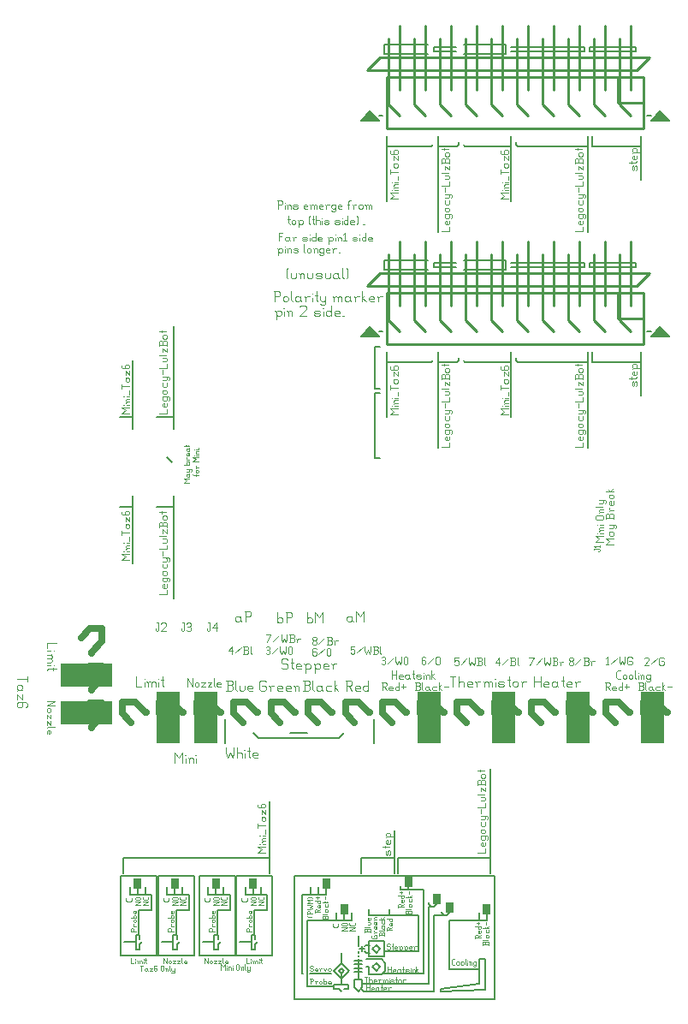
<source format=gbr>
G04 start of page 10 for group -4079 idx -4079 *
G04 Title: (unknown), topsilk *
G04 Creator: pcb 4.2.0 *
G04 CreationDate: Sat Aug 29 22:46:39 2020 UTC *
G04 For: commonadmin *
G04 Format: Gerber/RS-274X *
G04 PCB-Dimensions (mil): 3500.00 4250.00 *
G04 PCB-Coordinate-Origin: lower left *
%MOIN*%
%FSLAX25Y25*%
%LNTOPSILK*%
%ADD127C,0.0021*%
%ADD126C,0.0022*%
%ADD125C,0.0250*%
%ADD124C,0.0049*%
%ADD123C,0.0039*%
%ADD122C,0.0026*%
%ADD121C,0.0021*%
%ADD120C,0.0027*%
%ADD119C,0.0022*%
%ADD118C,0.0048*%
%ADD117C,0.0038*%
%ADD116C,0.0050*%
%ADD115C,0.0040*%
%ADD114C,0.0030*%
%ADD113C,0.0038*%
%ADD112C,0.0030*%
%ADD111C,0.0060*%
%ADD110C,0.0100*%
%ADD109C,0.0001*%
G54D109*G36*
X53000Y146000D02*X73000D01*
Y137000D01*
X53000D01*
Y146000D01*
G37*
G36*
Y160500D02*X73000D01*
Y151500D01*
X53000D01*
Y160500D01*
G37*
G36*
X165000Y67000D02*Y63000D01*
X162000D01*
Y67000D01*
X165000D01*
G37*
G36*
X158000Y77000D02*Y73000D01*
X155000D01*
Y77000D01*
X158000D01*
G37*
G36*
X190000Y77500D02*Y73500D01*
X187000D01*
Y77500D01*
X190000D01*
G37*
G36*
X201000Y71000D02*Y67000D01*
X198000D01*
Y71000D01*
X201000D01*
G37*
G36*
X220500Y67000D02*Y63000D01*
X217500D01*
Y67000D01*
X220500D01*
G37*
G36*
X206000Y67500D02*Y63500D01*
X203000D01*
Y67500D01*
X206000D01*
G37*
G36*
X84500Y77000D02*Y73000D01*
X81500D01*
Y77000D01*
X84500D01*
G37*
G36*
X99000D02*Y73000D01*
X96000D01*
Y77000D01*
X99000D01*
G37*
G36*
X129500D02*Y73000D01*
X126500D01*
Y77000D01*
X129500D01*
G37*
G36*
X115000D02*Y73000D01*
X112000D01*
Y77000D01*
X115000D01*
G37*
G36*
X279000Y129500D02*Y149500D01*
X288000D01*
Y129500D01*
X279000D01*
G37*
G36*
X250000D02*Y149500D01*
X259000D01*
Y129500D01*
X250000D01*
G37*
G36*
X221000D02*Y149500D01*
X230000D01*
Y129500D01*
X221000D01*
G37*
G36*
X192000D02*Y149500D01*
X201000D01*
Y129500D01*
X192000D01*
G37*
G36*
X90500D02*Y149500D01*
X99500D01*
Y129500D01*
X90500D01*
G37*
G36*
X105000D02*Y149500D01*
X114000D01*
Y129500D01*
X105000D01*
G37*
G36*
X170000Y288000D02*X173500Y291500D01*
X177000Y288000D01*
X170000D01*
G37*
G36*
X283000D02*X286500Y291500D01*
X290000Y288000D01*
X283000D01*
G37*
G36*
X170000Y372000D02*X173500Y375500D01*
X177000Y372000D01*
X170000D01*
G37*
G36*
X283000D02*X286500Y375500D01*
X290000Y372000D01*
X283000D01*
G37*
G54D110*X245000Y290000D02*X240750Y294250D01*
Y320000D01*
X235000Y300000D02*Y325000D01*
X230750Y294250D02*Y320000D01*
X225000Y300000D02*Y325000D01*
G54D111*X226500Y317500D02*Y314000D01*
G54D110*X235000Y290000D02*X230750Y294250D01*
X225000Y290000D02*X220750Y294250D01*
X215000Y290000D02*X210750Y294250D01*
G54D111*X228500Y278000D02*X210500D01*
G54D110*X260750Y294250D02*Y320000D01*
X255000Y300000D02*Y325000D01*
X250750Y294250D02*Y320000D01*
X245000Y300000D02*Y325000D01*
G54D111*X259000Y315000D02*Y316500D01*
X257000D02*Y315000D01*
G54D110*X275000Y300000D02*Y325000D01*
X270750Y294250D02*Y320000D01*
X265000Y300000D02*Y325000D01*
X282500Y312500D02*X277500Y307500D01*
G54D111*X259000Y316500D02*X277000D01*
Y315000D01*
X259000D01*
G54D110*X220750Y294250D02*Y320000D01*
X215000Y300000D02*Y325000D01*
X210750Y294250D02*Y320000D01*
X205000Y290000D02*X200750Y294250D01*
X195000Y290000D02*X190750Y294250D01*
X172500Y307500D02*X277500D01*
G54D111*X178500Y290000D02*X177000D01*
G54D110*X282500Y312500D02*X177500D01*
G54D111*X207000Y316500D02*X198500D01*
X207000Y315000D02*X198500D01*
X226500Y314000D02*X210000D01*
X226500Y317500D02*X210000D01*
X257000Y316500D02*X228500D01*
X257000Y315000D02*X228500D01*
G54D110*X275000Y290000D02*X270750Y294250D01*
X255000Y290000D02*X250750Y294250D01*
X265000Y290000D02*X260750Y294250D01*
G54D111*X290000Y288000D02*X286500Y291500D01*
X283000Y288000D01*
X290000D01*
X283000Y290000D02*X281500D01*
X260000Y282000D02*Y278000D01*
X258500Y282000D02*Y244500D01*
X228500Y282000D02*Y256500D01*
X260000Y278000D02*X279000D01*
X230500Y279500D02*Y278500D01*
X231000Y278000D01*
X258500D01*
X279000D02*Y282000D01*
Y265000D01*
G54D110*X205000Y300000D02*Y325000D01*
X200750Y294250D02*Y320000D01*
X195000Y300000D02*Y325000D01*
X190750Y294250D02*Y320000D01*
G54D111*X198500Y316500D02*Y315000D01*
G54D110*X185000Y300000D02*Y325000D01*
X180750Y294250D02*Y320000D01*
X177500Y312500D02*X172500Y307500D01*
G54D111*X179000Y317500D02*Y314000D01*
X180000Y282000D02*Y256500D01*
X179000Y317500D02*X196000D01*
X179000Y314000D02*X196000D01*
X180000Y278000D02*X197500D01*
X198000Y278500D01*
X200000Y278000D02*X207500D01*
X208000Y278500D01*
Y279500D01*
X200000Y282000D02*Y244500D01*
X210000Y278500D02*X210500Y278000D01*
G54D110*X185000Y290000D02*X180750Y294250D01*
G54D111*X184500Y85000D02*Y79000D01*
X220500Y85000D02*X184500D01*
X220500Y119500D02*Y79000D01*
X183000D02*Y95500D01*
X175500Y267500D02*X177500D01*
X175500D02*Y284000D01*
X177500D01*
Y266000D02*X175500D01*
Y240500D01*
X175000Y129500D02*Y139000D01*
X170000Y85000D02*Y79000D01*
X183000Y85000D02*X170000D01*
X175500Y240500D02*X177500D01*
X177000Y288000D02*X173500Y291500D01*
X170000Y288000D02*X177000D01*
X173500Y291500D02*X170000Y288000D01*
X142500Y133500D02*X149000D01*
X128000D02*X130000Y131500D01*
X161500D01*
X163500Y133500D01*
X117000Y139000D02*Y129500D01*
X77500Y85000D02*X134500D01*
X77500D02*Y79000D01*
X134500D02*Y107000D01*
X94500Y241000D02*X96500Y239000D01*
X90500Y256500D02*X97000D01*
X76000D02*X81000D01*
X97000Y221500D02*X90500D01*
X81000D02*X76000D01*
X97000Y186000D02*Y226000D01*
Y292000D02*Y252000D01*
X81000Y199500D02*Y226000D01*
Y278500D02*Y252000D01*
G54D110*X275000Y384000D02*Y409000D01*
X270750Y378250D02*Y404000D01*
X245000Y384000D02*Y409000D01*
X282500Y396500D02*X277500Y391500D01*
X265000Y384000D02*Y409000D01*
X260750Y378250D02*Y404000D01*
X255000Y384000D02*Y409000D01*
X250750Y378250D02*Y404000D01*
G54D111*X259000Y399000D02*Y400500D01*
X257000D02*Y399000D01*
X259000Y400500D02*X277000D01*
Y399000D02*X259000D01*
X277000Y400500D02*Y399000D01*
G54D110*X245000Y374000D02*X240750Y378250D01*
Y404000D01*
X235000Y384000D02*Y409000D01*
X230750Y378250D02*Y404000D01*
X225000Y384000D02*Y409000D01*
G54D111*X226500Y401500D02*Y398000D01*
G54D110*X235000Y374000D02*X230750Y378250D01*
X225000Y374000D02*X220750Y378250D01*
X215000Y374000D02*X210750Y378250D01*
G54D111*X228500Y362000D02*X210500D01*
G54D110*X205000Y384000D02*Y409000D01*
X200750Y378250D02*Y404000D01*
X195000Y384000D02*Y409000D01*
X190750Y378250D02*Y404000D01*
G54D111*X198500Y400500D02*Y399000D01*
G54D110*X185000Y384000D02*Y409000D01*
X180750Y378250D02*Y404000D01*
X177500Y396500D02*X172500Y391500D01*
G54D111*X179000Y401500D02*Y398000D01*
Y401500D02*X196000D01*
X179000Y398000D02*X196000D01*
X177000Y372000D02*X173500Y375500D01*
X170000Y372000D01*
X178500Y374000D02*X177000D01*
X170000Y372000D02*X177000D01*
G54D110*X220750Y378250D02*Y404000D01*
X215000Y384000D02*Y409000D01*
X210750Y378250D02*Y404000D01*
X205000Y374000D02*X200750Y378250D01*
X195000Y374000D02*X190750Y378250D01*
X172500Y391500D02*X277500D01*
X282500Y396500D02*X177500D01*
G54D111*X207000Y400500D02*X198500D01*
X207000Y399000D02*X198500D01*
X226500Y398000D02*X210000D01*
X226500Y401500D02*X210000D01*
X257000Y400500D02*X228500D01*
X257000Y399000D02*X228500D01*
G54D110*X275000Y374000D02*X270750Y378250D01*
X255000Y374000D02*X250750Y378250D01*
X265000Y374000D02*X260750Y378250D01*
G54D111*X290000Y372000D02*X286500Y375500D01*
X283000Y372000D01*
X290000D01*
X283000Y374000D02*X281500D01*
X260000Y366000D02*Y362000D01*
X258500Y366000D02*Y328500D01*
X228500Y366000D02*Y340500D01*
X260000Y362000D02*X279000D01*
X230500Y363500D02*Y362500D01*
X231000Y362000D01*
X258500D01*
X279000D02*Y366000D01*
Y349000D01*
G54D110*X185000Y374000D02*X180750Y378250D01*
G54D111*X180000Y366000D02*Y340500D01*
X200000Y362000D02*X207500D01*
X208000Y362500D01*
X210000D02*X210500Y362000D01*
X208000Y362500D02*Y363500D01*
X200000Y366000D02*Y328500D01*
X180000Y362000D02*X197500D01*
X198000Y362500D01*
G54D112*X270032Y154700D02*X271020D01*
X269500Y155232D02*X270032Y154700D01*
X269500Y157208D02*Y155232D01*
Y157208D02*X270032Y157740D01*
X271020D01*
X271932Y155840D02*Y155080D01*
Y155840D02*X272312Y156220D01*
X273072D01*
X273452Y155840D01*
Y155080D01*
X273072Y154700D02*X273452Y155080D01*
X272312Y154700D02*X273072D01*
X271932Y155080D02*X272312Y154700D01*
X274364Y155840D02*Y155080D01*
Y155840D02*X274744Y156220D01*
X275504D01*
X275884Y155840D01*
Y155080D01*
X275504Y154700D02*X275884Y155080D01*
X274744Y154700D02*X275504D01*
X274364Y155080D02*X274744Y154700D01*
X276796Y157740D02*Y155080D01*
X277176Y154700D01*
G54D113*X277936Y156980D02*Y156904D01*
G54D112*Y155840D02*Y154700D01*
X279076Y155840D02*Y154700D01*
Y155840D02*X279456Y156220D01*
X279836D01*
X280216Y155840D01*
Y154700D01*
X278696Y156220D02*X279076Y155840D01*
X282268Y156220D02*X282648Y155840D01*
X281508Y156220D02*X282268D01*
X281128Y155840D02*X281508Y156220D01*
X281128Y155840D02*Y155080D01*
X281508Y154700D01*
X282268D01*
X282648Y155080D01*
X281128Y153940D02*X281508Y153560D01*
X282268D01*
X282648Y153940D01*
Y156220D02*Y153940D01*
X265000Y153230D02*X266540D01*
X266925Y152845D01*
Y152075D01*
X266540Y151690D02*X266925Y152075D01*
X265385Y151690D02*X266540D01*
X265385Y153230D02*Y150150D01*
X266001Y151690D02*X266925Y150150D01*
X268234D02*X269389D01*
X267849Y150535D02*X268234Y150150D01*
X267849Y151305D02*Y150535D01*
Y151305D02*X268234Y151690D01*
X269004D01*
X269389Y151305D01*
X267849Y150920D02*X269389D01*
Y151305D02*Y150920D01*
X271853Y153230D02*Y150150D01*
X271468D02*X271853Y150535D01*
X270698Y150150D02*X271468D01*
X270313Y150535D02*X270698Y150150D01*
X270313Y151305D02*Y150535D01*
Y151305D02*X270698Y151690D01*
X271468D01*
X271853Y151305D01*
X272777Y151690D02*X274317D01*
X273547Y152460D02*Y150920D01*
X278000Y150150D02*X279540D01*
X279925Y150535D01*
Y151459D02*Y150535D01*
X279540Y151844D02*X279925Y151459D01*
X278385Y151844D02*X279540D01*
X278385Y153230D02*Y150150D01*
X278000Y153230D02*X279540D01*
X279925Y152845D01*
Y152229D01*
X279540Y151844D02*X279925Y152229D01*
X280849Y153230D02*Y150535D01*
X281234Y150150D01*
X283159Y151690D02*X283544Y151305D01*
X282389Y151690D02*X283159D01*
X282004Y151305D02*X282389Y151690D01*
X282004Y151305D02*Y150535D01*
X282389Y150150D01*
X283544Y151690D02*Y150535D01*
X283929Y150150D01*
X282389D02*X283159D01*
X283544Y150535D01*
X285238Y151690D02*X286393D01*
X284853Y151305D02*X285238Y151690D01*
X284853Y151305D02*Y150535D01*
X285238Y150150D01*
X286393D01*
X287317Y153230D02*Y150150D01*
Y151305D02*X288472Y150150D01*
X287317Y151305D02*X288087Y152075D01*
X289396Y151690D02*X290936D01*
G54D114*X280280Y162623D02*X280655Y162998D01*
X281780D01*
X282155Y162623D01*
Y161873D01*
X280280Y159998D02*X282155Y161873D01*
X280280Y159998D02*X282155D01*
X283055Y160373D02*X285305Y162623D01*
X287705Y162998D02*X288080Y162623D01*
X286580Y162998D02*X287705D01*
X286205Y162623D02*X286580Y162998D01*
X286205Y162623D02*Y160373D01*
X286580Y159998D01*
X287705D01*
X288080Y160373D01*
Y161123D02*Y160373D01*
X287705Y161498D02*X288080Y161123D01*
X286955Y161498D02*X287705D01*
X265457Y162469D02*X266057Y163069D01*
Y160069D01*
X265457D02*X266582D01*
X267482Y160444D02*X269732Y162694D01*
X270632Y163069D02*Y161569D01*
X271007Y160069D01*
X271757Y161569D01*
X272507Y160069D01*
X272882Y161569D01*
Y163069D02*Y161569D01*
X275282Y163069D02*X275657Y162694D01*
X274157Y163069D02*X275282D01*
X273782Y162694D02*X274157Y163069D01*
X273782Y162694D02*Y160444D01*
X274157Y160069D01*
X275282D01*
X275657Y160444D01*
Y161194D02*Y160444D01*
X275282Y161569D02*X275657Y161194D01*
X274532Y161569D02*X275282D01*
X251173Y160294D02*X251548Y159919D01*
X251173Y160894D02*Y160294D01*
Y160894D02*X251698Y161419D01*
X252148D01*
X252673Y160894D01*
Y160294D01*
X252298Y159919D02*X252673Y160294D01*
X251548Y159919D02*X252298D01*
X251173Y161944D02*X251698Y161419D01*
X251173Y162544D02*Y161944D01*
Y162544D02*X251548Y162919D01*
X252298D01*
X252673Y162544D01*
Y161944D01*
X252148Y161419D02*X252673Y161944D01*
X253573Y160294D02*X255823Y162544D01*
X256723Y159919D02*X258223D01*
X258598Y160294D01*
Y161194D02*Y160294D01*
X258223Y161569D02*X258598Y161194D01*
X257098Y161569D02*X258223D01*
X257098Y162919D02*Y159919D01*
X256723Y162919D02*X258223D01*
X258598Y162544D01*
Y161944D01*
X258223Y161569D02*X258598Y161944D01*
X259873Y161044D02*Y159919D01*
Y161044D02*X260248Y161419D01*
X260998D01*
X259498D02*X259873Y161044D01*
G54D115*X237500Y155500D02*Y151500D01*
X240000Y155500D02*Y151500D01*
X237500Y153500D02*X240000D01*
X241700Y151500D02*X243200D01*
X241200Y152000D02*X241700Y151500D01*
X241200Y153000D02*Y152000D01*
Y153000D02*X241700Y153500D01*
X242700D01*
X243200Y153000D01*
X241200Y152500D02*X243200D01*
Y153000D02*Y152500D01*
X245900Y153500D02*X246400Y153000D01*
X244900Y153500D02*X245900D01*
X244400Y153000D02*X244900Y153500D01*
X244400Y153000D02*Y152000D01*
X244900Y151500D01*
X246400Y153500D02*Y152000D01*
X246900Y151500D01*
X244900D02*X245900D01*
X246400Y152000D01*
X248600Y155500D02*Y152000D01*
X249100Y151500D01*
X248100Y154000D02*X249100D01*
X250600Y151500D02*X252100D01*
X250100Y152000D02*X250600Y151500D01*
X250100Y153000D02*Y152000D01*
Y153000D02*X250600Y153500D01*
X251600D01*
X252100Y153000D01*
X250100Y152500D02*X252100D01*
Y153000D02*Y152500D01*
X253800Y153000D02*Y151500D01*
Y153000D02*X254300Y153500D01*
X255300D01*
X253300D02*X253800Y153000D01*
G54D114*X235891Y159801D02*X237391Y162801D01*
X235516D02*X237391D01*
X238291Y160176D02*X240541Y162426D01*
X241441Y162801D02*Y161301D01*
X241816Y159801D01*
X242566Y161301D01*
X243316Y159801D01*
X243691Y161301D01*
Y162801D02*Y161301D01*
X244591Y159801D02*X246091D01*
X246466Y160176D01*
Y161076D02*Y160176D01*
X246091Y161451D02*X246466Y161076D01*
X244966Y161451D02*X246091D01*
X244966Y162801D02*Y159801D01*
X244591Y162801D02*X246091D01*
X246466Y162426D01*
Y161826D01*
X246091Y161451D02*X246466Y161826D01*
X247741Y160926D02*Y159801D01*
Y160926D02*X248116Y161301D01*
X248866D01*
X247366D02*X247741Y160926D01*
G54D112*X215270Y87000D02*X218350D01*
Y88540D02*Y87000D01*
Y91004D02*Y89849D01*
X217965Y89464D02*X218350Y89849D01*
X217195Y89464D02*X217965D01*
X217195D02*X216810Y89849D01*
Y90619D02*Y89849D01*
Y90619D02*X217195Y91004D01*
X217580D02*Y89464D01*
X217195Y91004D02*X217580D01*
X216810Y93083D02*X217195Y93468D01*
X216810Y93083D02*Y92313D01*
X217195Y91928D02*X216810Y92313D01*
X217195Y91928D02*X217965D01*
X218350Y92313D01*
Y93083D02*Y92313D01*
Y93083D02*X217965Y93468D01*
X219120Y91928D02*X219505Y92313D01*
Y93083D02*Y92313D01*
Y93083D02*X219120Y93468D01*
X216810D02*X219120D01*
X216810Y95547D02*X217195Y95932D01*
X216810Y95547D02*Y94777D01*
X217195Y94392D02*X216810Y94777D01*
X217195Y94392D02*X217965D01*
X218350Y94777D01*
X216810Y95932D02*X217965D01*
X218350Y96317D01*
Y95547D02*Y94777D01*
Y95547D02*X217965Y95932D01*
X216810Y98781D02*Y97626D01*
X217195Y97241D02*X216810Y97626D01*
X217195Y97241D02*X217965D01*
X218350Y97626D01*
Y98781D02*Y97626D01*
X216810Y99705D02*X217965D01*
X218350Y100090D01*
X216810Y101245D02*X219120D01*
X219505Y100860D02*X219120Y101245D01*
X219505Y100860D02*Y100090D01*
X219120Y99705D02*X219505Y100090D01*
X218350Y100860D02*Y100090D01*
Y100860D02*X217965Y101245D01*
X216810Y103709D02*Y102169D01*
X215270Y104633D02*X218350D01*
Y106173D02*Y104633D01*
X216810Y107097D02*X217965D01*
X218350Y107482D01*
Y108252D02*Y107482D01*
Y108252D02*X217965Y108637D01*
X216810D02*X217965D01*
X215270Y109561D02*X217965D01*
X218350Y109946D01*
X216810Y112256D02*Y110716D01*
X218350D02*X216810Y112256D01*
X218350D02*Y110716D01*
Y114720D02*Y113180D01*
Y114720D02*X217965Y115105D01*
X217041D02*X217965D01*
X216656Y114720D02*X217041Y115105D01*
X216656Y114720D02*Y113565D01*
X215270D02*X218350D01*
X215270Y114720D02*Y113180D01*
Y114720D02*X215655Y115105D01*
X216271D01*
X216656Y114720D02*X216271Y115105D01*
X217195Y116029D02*X217965D01*
X217195D02*X216810Y116414D01*
Y117184D02*Y116414D01*
Y117184D02*X217195Y117569D01*
X217965D01*
X218350Y117184D02*X217965Y117569D01*
X218350Y117184D02*Y116414D01*
X217965Y116029D02*X218350Y116414D01*
X215270Y118878D02*X217965D01*
X218350Y119263D01*
X216425D02*Y118493D01*
X181300Y87520D02*Y86380D01*
Y87520D02*X180920Y87900D01*
X180540Y87520D02*X180920Y87900D01*
X180540Y87520D02*Y86380D01*
X180160Y86000D02*X180540Y86380D01*
X180160Y86000D02*X179780Y86380D01*
Y87520D02*Y86380D01*
Y87520D02*X180160Y87900D01*
X180920Y86000D02*X181300Y86380D01*
X178260Y89192D02*X180920D01*
X181300Y89572D01*
X179400D02*Y88812D01*
X181300Y91852D02*Y90712D01*
X180920Y90332D02*X181300Y90712D01*
X180160Y90332D02*X180920D01*
X180160D02*X179780Y90712D01*
Y91472D02*Y90712D01*
Y91472D02*X180160Y91852D01*
X180540D02*Y90332D01*
X180160Y91852D02*X180540D01*
X180160Y93144D02*X182440D01*
X179780Y92764D02*X180160Y93144D01*
X179780Y93524D01*
Y94284D02*Y93524D01*
Y94284D02*X180160Y94664D01*
X180920D01*
X181300Y94284D02*X180920Y94664D01*
X181300Y94284D02*Y93524D01*
X180920Y93144D02*X181300Y93524D01*
G54D115*X204900Y155550D02*X206900D01*
X205900D02*Y151550D01*
X208100Y155550D02*Y151550D01*
Y153050D02*X208600Y153550D01*
X209600D01*
X210100Y153050D01*
Y151550D01*
X211800D02*X213300D01*
X211300Y152050D02*X211800Y151550D01*
X211300Y153050D02*Y152050D01*
Y153050D02*X211800Y153550D01*
X212800D01*
X213300Y153050D01*
X211300Y152550D02*X213300D01*
Y153050D02*Y152550D01*
X215000Y153050D02*Y151550D01*
Y153050D02*X215500Y153550D01*
X216500D01*
X214500D02*X215000Y153050D01*
X218200D02*Y151550D01*
Y153050D02*X218700Y153550D01*
X219200D01*
X219700Y153050D01*
Y151550D01*
Y153050D02*X220200Y153550D01*
X220700D01*
X221200Y153050D01*
Y151550D01*
X217700Y153550D02*X218200Y153050D01*
G54D116*X222400Y154550D02*Y154450D01*
G54D115*Y153050D02*Y151550D01*
X223900D02*X225400D01*
X225900Y152050D01*
X225400Y152550D02*X225900Y152050D01*
X223900Y152550D02*X225400D01*
X223400Y153050D02*X223900Y152550D01*
X223400Y153050D02*X223900Y153550D01*
X225400D01*
X225900Y153050D01*
X223400Y152050D02*X223900Y151550D01*
X227600Y155550D02*Y152050D01*
X228100Y151550D01*
X227100Y154050D02*X228100D01*
X229100Y153050D02*Y152050D01*
Y153050D02*X229600Y153550D01*
X230600D01*
X231100Y153050D01*
Y152050D01*
X230600Y151550D02*X231100Y152050D01*
X229600Y151550D02*X230600D01*
X229100Y152050D02*X229600Y151550D01*
X232800Y153050D02*Y151550D01*
Y153050D02*X233300Y153550D01*
X234300D01*
X232300D02*X232800Y153050D01*
G54D114*X222280Y160966D02*X223780Y162841D01*
X222280Y160966D02*X224155D01*
X223780Y162841D02*Y159841D01*
X225055Y160216D02*X227305Y162466D01*
X228205Y159841D02*X229705D01*
X230080Y160216D01*
Y161116D02*Y160216D01*
X229705Y161491D02*X230080Y161116D01*
X228580Y161491D02*X229705D01*
X228580Y162841D02*Y159841D01*
X228205Y162841D02*X229705D01*
X230080Y162466D01*
Y161866D01*
X229705Y161491D02*X230080Y161866D01*
X230980Y162841D02*Y160216D01*
X231355Y159841D01*
X206516Y162852D02*X208016D01*
X206516D02*Y161352D01*
X206891Y161727D01*
X207641D01*
X208016Y161352D01*
Y160227D01*
X207641Y159852D02*X208016Y160227D01*
X206891Y159852D02*X207641D01*
X206516Y160227D02*X206891Y159852D01*
X208916Y160227D02*X211166Y162477D01*
X212066Y162852D02*Y161352D01*
X212441Y159852D01*
X213191Y161352D01*
X213941Y159852D01*
X214316Y161352D01*
Y162852D02*Y161352D01*
X215216Y159852D02*X216716D01*
X217091Y160227D01*
Y161127D02*Y160227D01*
X216716Y161502D02*X217091Y161127D01*
X215591Y161502D02*X216716D01*
X215591Y162852D02*Y159852D01*
X215216Y162852D02*X216716D01*
X217091Y162477D01*
Y161877D01*
X216716Y161502D02*X217091Y161877D01*
X217991Y162852D02*Y160227D01*
X218366Y159852D01*
G54D112*X182000Y157740D02*Y154700D01*
X183900Y157740D02*Y154700D01*
X182000Y156220D02*X183900D01*
X185192Y154700D02*X186332D01*
X184812Y155080D02*X185192Y154700D01*
X184812Y155840D02*Y155080D01*
Y155840D02*X185192Y156220D01*
X185952D01*
X186332Y155840D01*
X184812Y155460D02*X186332D01*
Y155840D02*Y155460D01*
X188384Y156220D02*X188764Y155840D01*
X187624Y156220D02*X188384D01*
X187244Y155840D02*X187624Y156220D01*
X187244Y155840D02*Y155080D01*
X187624Y154700D01*
X188764Y156220D02*Y155080D01*
X189144Y154700D01*
X187624D02*X188384D01*
X188764Y155080D01*
X190436Y157740D02*Y155080D01*
X190816Y154700D01*
X190056Y156600D02*X190816D01*
X191956Y154700D02*X193096D01*
X193476Y155080D01*
X193096Y155460D02*X193476Y155080D01*
X191956Y155460D02*X193096D01*
X191576Y155840D02*X191956Y155460D01*
X191576Y155840D02*X191956Y156220D01*
X193096D01*
X193476Y155840D01*
X191576Y155080D02*X191956Y154700D01*
G54D113*X194388Y156980D02*Y156904D01*
G54D112*Y155840D02*Y154700D01*
X195528Y155840D02*Y154700D01*
Y155840D02*X195908Y156220D01*
X196288D01*
X196668Y155840D01*
Y154700D01*
X195148Y156220D02*X195528Y155840D01*
X197580Y157740D02*Y154700D01*
Y155840D02*X198720Y154700D01*
X197580Y155840D02*X198340Y156600D01*
X178000Y153230D02*X179540D01*
X179925Y152845D01*
Y152075D01*
X179540Y151690D02*X179925Y152075D01*
X178385Y151690D02*X179540D01*
X178385Y153230D02*Y150150D01*
X179001Y151690D02*X179925Y150150D01*
X181234D02*X182389D01*
X180849Y150535D02*X181234Y150150D01*
X180849Y151305D02*Y150535D01*
Y151305D02*X181234Y151690D01*
X182004D01*
X182389Y151305D01*
X180849Y150920D02*X182389D01*
Y151305D02*Y150920D01*
X184853Y153230D02*Y150150D01*
X184468D02*X184853Y150535D01*
X183698Y150150D02*X184468D01*
X183313Y150535D02*X183698Y150150D01*
X183313Y151305D02*Y150535D01*
Y151305D02*X183698Y151690D01*
X184468D01*
X184853Y151305D01*
X185777Y151690D02*X187317D01*
X186547Y152460D02*Y150920D01*
G54D114*X178016Y162741D02*X178391Y163116D01*
X179141D01*
X179516Y162741D01*
X179141Y160116D02*X179516Y160491D01*
X178391Y160116D02*X179141D01*
X178016Y160491D02*X178391Y160116D01*
Y161766D02*X179141D01*
X179516Y162741D02*Y162141D01*
Y161391D02*Y160491D01*
Y161391D02*X179141Y161766D01*
X179516Y162141D02*X179141Y161766D01*
X180416Y160491D02*X182666Y162741D01*
X183566Y163116D02*Y161616D01*
X183941Y160116D01*
X184691Y161616D01*
X185441Y160116D01*
X185816Y161616D01*
Y163116D02*Y161616D01*
X186716Y162741D02*Y160491D01*
Y162741D02*X187091Y163116D01*
X187841D01*
X188216Y162741D01*
Y160491D01*
X187841Y160116D02*X188216Y160491D01*
X187091Y160116D02*X187841D01*
X186716Y160491D02*X187091Y160116D01*
G54D112*X191000Y150150D02*X192540D01*
X192925Y150535D01*
Y151459D02*Y150535D01*
X192540Y151844D02*X192925Y151459D01*
X191385Y151844D02*X192540D01*
X191385Y153230D02*Y150150D01*
X191000Y153230D02*X192540D01*
X192925Y152845D01*
Y152229D01*
X192540Y151844D02*X192925Y152229D01*
X193849Y153230D02*Y150535D01*
X194234Y150150D01*
X196159Y151690D02*X196544Y151305D01*
X195389Y151690D02*X196159D01*
X195004Y151305D02*X195389Y151690D01*
X195004Y151305D02*Y150535D01*
X195389Y150150D01*
X196544Y151690D02*Y150535D01*
X196929Y150150D01*
X195389D02*X196159D01*
X196544Y150535D01*
X198238Y151690D02*X199393D01*
X197853Y151305D02*X198238Y151690D01*
X197853Y151305D02*Y150535D01*
X198238Y150150D01*
X199393D01*
X200317Y153230D02*Y150150D01*
Y151305D02*X201472Y150150D01*
X200317Y151305D02*X201087Y152075D01*
X202396Y151690D02*X203936D01*
G54D115*X164000Y154000D02*X166000D01*
X166500Y153500D01*
Y152500D01*
X166000Y152000D02*X166500Y152500D01*
X164500Y152000D02*X166000D01*
X164500Y154000D02*Y150000D01*
X165300Y152000D02*X166500Y150000D01*
X168200D02*X169700D01*
X167700Y150500D02*X168200Y150000D01*
X167700Y151500D02*Y150500D01*
Y151500D02*X168200Y152000D01*
X169200D01*
X169700Y151500D01*
X167700Y151000D02*X169700D01*
Y151500D02*Y151000D01*
X172900Y154000D02*Y150000D01*
X172400D02*X172900Y150500D01*
X171400Y150000D02*X172400D01*
X170900Y150500D02*X171400Y150000D01*
X170900Y151500D02*Y150500D01*
Y151500D02*X171400Y152000D01*
X172400D01*
X172900Y151500D01*
X147500Y150000D02*X149500D01*
X150000Y150500D01*
Y151700D02*Y150500D01*
X149500Y152200D02*X150000Y151700D01*
X148000Y152200D02*X149500D01*
X148000Y154000D02*Y150000D01*
X147500Y154000D02*X149500D01*
X150000Y153500D01*
Y152700D01*
X149500Y152200D02*X150000Y152700D01*
X151200Y154000D02*Y150500D01*
X151700Y150000D01*
X154200Y152000D02*X154700Y151500D01*
X153200Y152000D02*X154200D01*
X152700Y151500D02*X153200Y152000D01*
X152700Y151500D02*Y150500D01*
X153200Y150000D01*
X154700Y152000D02*Y150500D01*
X155200Y150000D01*
X153200D02*X154200D01*
X154700Y150500D01*
X156900Y152000D02*X158400D01*
X156400Y151500D02*X156900Y152000D01*
X156400Y151500D02*Y150500D01*
X156900Y150000D01*
X158400D01*
X159600Y154000D02*Y150000D01*
Y151500D02*X161100Y150000D01*
X159600Y151500D02*X160600Y152500D01*
G54D114*X194798Y163183D02*X195173Y162808D01*
X194048Y163183D02*X194798D01*
X193673Y162808D02*X194048Y163183D01*
X193673Y162808D02*Y160558D01*
X194048Y160183D01*
X194798Y161833D02*X195173Y161458D01*
X193673Y161833D02*X194798D01*
X194048Y160183D02*X194798D01*
X195173Y160558D01*
Y161458D02*Y160558D01*
X196073D02*X198323Y162808D01*
X199223D02*Y160558D01*
Y162808D02*X199598Y163183D01*
X200348D01*
X200723Y162808D01*
Y160558D01*
X200348Y160183D02*X200723Y160558D01*
X199598Y160183D02*X200348D01*
X199223Y160558D02*X199598Y160183D01*
G54D115*X141000Y162500D02*X141500Y162000D01*
X139500Y162500D02*X141000D01*
X139000Y162000D02*X139500Y162500D01*
X139000Y162000D02*Y161000D01*
X139500Y160500D01*
X141000D01*
X141500Y160000D01*
Y159000D01*
X141000Y158500D02*X141500Y159000D01*
X139500Y158500D02*X141000D01*
X139000Y159000D02*X139500Y158500D01*
X143200Y162500D02*Y159000D01*
X143700Y158500D01*
X142700Y161000D02*X143700D01*
X145200Y158500D02*X146700D01*
X144700Y159000D02*X145200Y158500D01*
X144700Y160000D02*Y159000D01*
Y160000D02*X145200Y160500D01*
X146200D01*
X146700Y160000D01*
X144700Y159500D02*X146700D01*
Y160000D02*Y159500D01*
X148400Y160000D02*Y157000D01*
X147900Y160500D02*X148400Y160000D01*
X148900Y160500D01*
X149900D01*
X150400Y160000D01*
Y159000D01*
X149900Y158500D02*X150400Y159000D01*
X148900Y158500D02*X149900D01*
X148400Y159000D02*X148900Y158500D01*
X152100Y160000D02*Y157000D01*
X151600Y160500D02*X152100Y160000D01*
X152600Y160500D01*
X153600D01*
X154100Y160000D01*
Y159000D01*
X153600Y158500D02*X154100Y159000D01*
X152600Y158500D02*X153600D01*
X152100Y159000D02*X152600Y158500D01*
X155800D02*X157300D01*
X155300Y159000D02*X155800Y158500D01*
X155300Y160000D02*Y159000D01*
Y160000D02*X155800Y160500D01*
X156800D01*
X157300Y160000D01*
X155300Y159500D02*X157300D01*
Y160000D02*Y159500D01*
X159000Y160000D02*Y158500D01*
Y160000D02*X159500Y160500D01*
X160500D01*
X158500D02*X159000Y160000D01*
X132500Y154000D02*X133000Y153500D01*
X131000Y154000D02*X132500D01*
X130500Y153500D02*X131000Y154000D01*
X130500Y153500D02*Y150500D01*
X131000Y150000D01*
X132500D01*
X133000Y150500D01*
Y151500D02*Y150500D01*
X132500Y152000D02*X133000Y151500D01*
X131500Y152000D02*X132500D01*
X134700Y151500D02*Y150000D01*
Y151500D02*X135200Y152000D01*
X136200D01*
X134200D02*X134700Y151500D01*
X137900Y150000D02*X139400D01*
X137400Y150500D02*X137900Y150000D01*
X137400Y151500D02*Y150500D01*
Y151500D02*X137900Y152000D01*
X138900D01*
X139400Y151500D01*
X137400Y151000D02*X139400D01*
Y151500D02*Y151000D01*
X141100Y150000D02*X142600D01*
X140600Y150500D02*X141100Y150000D01*
X140600Y151500D02*Y150500D01*
Y151500D02*X141100Y152000D01*
X142100D01*
X142600Y151500D01*
X140600Y151000D02*X142600D01*
Y151500D02*Y151000D01*
X144300Y151500D02*Y150000D01*
Y151500D02*X144800Y152000D01*
X145300D01*
X145800Y151500D01*
Y150000D01*
X143800Y152000D02*X144300Y151500D01*
X166000Y179000D02*X166500Y178500D01*
X165000Y179000D02*X166000D01*
X164500Y178500D02*X165000Y179000D01*
X164500Y178500D02*Y177500D01*
X165000Y177000D01*
X166500Y179000D02*Y177500D01*
X167000Y177000D01*
X165000D02*X166000D01*
X166500Y177500D01*
X168200Y181000D02*Y177000D01*
Y181000D02*X169700Y179000D01*
X171200Y181000D01*
Y177000D01*
X149000Y180500D02*Y176500D01*
Y177000D02*X149500Y176500D01*
X150500D01*
X151000Y177000D01*
Y178000D02*Y177000D01*
X150500Y178500D02*X151000Y178000D01*
X149500Y178500D02*X150500D01*
X149000Y178000D02*X149500Y178500D01*
X152200Y180500D02*Y176500D01*
Y180500D02*X153700Y178500D01*
X155200Y180500D01*
Y176500D01*
X122500Y179000D02*X123000Y178500D01*
X121500Y179000D02*X122500D01*
X121000Y178500D02*X121500Y179000D01*
X121000Y178500D02*Y177500D01*
X121500Y177000D01*
X123000Y179000D02*Y177500D01*
X123500Y177000D01*
X121500D02*X122500D01*
X123000Y177500D01*
X125200Y181000D02*Y177000D01*
X124700Y181000D02*X126700D01*
X127200Y180500D01*
Y179500D01*
X126700Y179000D02*X127200Y179500D01*
X125200Y179000D02*X126700D01*
X137500Y180500D02*Y176500D01*
Y177000D02*X138000Y176500D01*
X139000D01*
X139500Y177000D01*
Y178000D02*Y177000D01*
X139000Y178500D02*X139500Y178000D01*
X138000Y178500D02*X139000D01*
X137500Y178000D02*X138000Y178500D01*
X141200Y180500D02*Y176500D01*
X140700Y180500D02*X142700D01*
X143200Y180000D01*
Y179000D01*
X142700Y178500D02*X143200Y179000D01*
X141200Y178500D02*X142700D01*
G54D114*X133016Y166741D02*X133391Y167116D01*
X134141D01*
X134516Y166741D01*
X134141Y164116D02*X134516Y164491D01*
X133391Y164116D02*X134141D01*
X133016Y164491D02*X133391Y164116D01*
Y165766D02*X134141D01*
X134516Y166741D02*Y166141D01*
Y165391D02*Y164491D01*
Y165391D02*X134141Y165766D01*
X134516Y166141D02*X134141Y165766D01*
X135416Y164491D02*X137666Y166741D01*
X138566Y167116D02*Y165616D01*
X138941Y164116D01*
X139691Y165616D01*
X140441Y164116D01*
X140816Y165616D01*
Y167116D02*Y165616D01*
X141716Y166741D02*Y164491D01*
Y166741D02*X142091Y167116D01*
X142841D01*
X143216Y166741D01*
Y164491D01*
X142841Y164116D02*X143216Y164491D01*
X142091Y164116D02*X142841D01*
X141716Y164491D02*X142091Y164116D01*
X133391Y168801D02*X134891Y171801D01*
X133016D02*X134891D01*
X135791Y169176D02*X138041Y171426D01*
X138941Y171801D02*Y170301D01*
X139316Y168801D01*
X140066Y170301D01*
X140816Y168801D01*
X141191Y170301D01*
Y171801D02*Y170301D01*
X142091Y168801D02*X143591D01*
X143966Y169176D01*
Y170076D02*Y169176D01*
X143591Y170451D02*X143966Y170076D01*
X142466Y170451D02*X143591D01*
X142466Y171801D02*Y168801D01*
X142091Y171801D02*X143591D01*
X143966Y171426D01*
Y170826D01*
X143591Y170451D02*X143966Y170826D01*
X145241Y169926D02*Y168801D01*
Y169926D02*X145616Y170301D01*
X146366D01*
X144866D02*X145241Y169926D01*
X152298Y166683D02*X152673Y166308D01*
X151548Y166683D02*X152298D01*
X151173Y166308D02*X151548Y166683D01*
X151173Y166308D02*Y164058D01*
X151548Y163683D01*
X152298Y165333D02*X152673Y164958D01*
X151173Y165333D02*X152298D01*
X151548Y163683D02*X152298D01*
X152673Y164058D01*
Y164958D02*Y164058D01*
X153573D02*X155823Y166308D01*
X156723D02*Y164058D01*
Y166308D02*X157098Y166683D01*
X157848D01*
X158223Y166308D01*
Y164058D01*
X157848Y163683D02*X158223Y164058D01*
X157098Y163683D02*X157848D01*
X156723Y164058D02*X157098Y163683D01*
X151173Y168294D02*X151548Y167919D01*
X151173Y168894D02*Y168294D01*
Y168894D02*X151698Y169419D01*
X152148D01*
X152673Y168894D01*
Y168294D01*
X152298Y167919D02*X152673Y168294D01*
X151548Y167919D02*X152298D01*
X151173Y169944D02*X151698Y169419D01*
X151173Y170544D02*Y169944D01*
Y170544D02*X151548Y170919D01*
X152298D01*
X152673Y170544D01*
Y169944D01*
X152148Y169419D02*X152673Y169944D01*
X153573Y168294D02*X155823Y170544D01*
X156723Y167919D02*X158223D01*
X158598Y168294D01*
Y169194D02*Y168294D01*
X158223Y169569D02*X158598Y169194D01*
X157098Y169569D02*X158223D01*
X157098Y170919D02*Y167919D01*
X156723Y170919D02*X158223D01*
X158598Y170544D01*
Y169944D01*
X158223Y169569D02*X158598Y169944D01*
X159873Y169044D02*Y167919D01*
Y169044D02*X160248Y169419D01*
X160998D01*
X159498D02*X159873Y169044D01*
X166016Y167352D02*X167516D01*
X166016D02*Y165852D01*
X166391Y166227D01*
X167141D01*
X167516Y165852D01*
Y164727D01*
X167141Y164352D02*X167516Y164727D01*
X166391Y164352D02*X167141D01*
X166016Y164727D02*X166391Y164352D01*
X168416Y164727D02*X170666Y166977D01*
X171566Y167352D02*Y165852D01*
X171941Y164352D01*
X172691Y165852D01*
X173441Y164352D01*
X173816Y165852D01*
Y167352D02*Y165852D01*
X174716Y164352D02*X176216D01*
X176591Y164727D01*
Y165627D02*Y164727D01*
X176216Y166002D02*X176591Y165627D01*
X175091Y166002D02*X176216D01*
X175091Y167352D02*Y164352D01*
X174716Y167352D02*X176216D01*
X176591Y166977D01*
Y166377D01*
X176216Y166002D02*X176591Y166377D01*
X177491Y167352D02*Y164727D01*
X177866Y164352D01*
X118280Y165466D02*X119780Y167341D01*
X118280Y165466D02*X120155D01*
X119780Y167341D02*Y164341D01*
X121055Y164716D02*X123305Y166966D01*
X124205Y164341D02*X125705D01*
X126080Y164716D01*
Y165616D02*Y164716D01*
X125705Y165991D02*X126080Y165616D01*
X124580Y165991D02*X125705D01*
X124580Y167341D02*Y164341D01*
X124205Y167341D02*X125705D01*
X126080Y166966D01*
Y166366D01*
X125705Y165991D02*X126080Y166366D01*
X126980Y167341D02*Y164716D01*
X127355Y164341D01*
G54D117*X47650Y168500D02*X51530D01*
X47650D02*Y166560D01*
G54D118*X50463Y165396D02*X50560D01*
G54D117*X47650D02*X49105D01*
X47650Y163941D02*X49105D01*
X49590Y163456D01*
Y162971D01*
X49105Y162486D01*
X47650D02*X49105D01*
X49590Y162001D01*
Y161516D01*
X49105Y161031D01*
X47650D02*X49105D01*
X49590Y164426D02*X49105Y163941D01*
G54D118*X50463Y159867D02*X50560D01*
G54D117*X47650D02*X49105D01*
X48135Y158412D02*X51530D01*
X48135D02*X47650Y157927D01*
X50075Y158897D02*Y157927D01*
G54D115*X117500Y150000D02*X119500D01*
X120000Y150500D01*
Y151700D02*Y150500D01*
X119500Y152200D02*X120000Y151700D01*
X118000Y152200D02*X119500D01*
X118000Y154000D02*Y150000D01*
X117500Y154000D02*X119500D01*
X120000Y153500D01*
Y152700D01*
X119500Y152200D02*X120000Y152700D01*
X121200Y154000D02*Y150500D01*
X121700Y150000D01*
X122700Y152000D02*Y150500D01*
X123200Y150000D01*
X124200D01*
X124700Y150500D01*
Y152000D02*Y150500D01*
X126400Y150000D02*X127900D01*
X125900Y150500D02*X126400Y150000D01*
X125900Y151500D02*Y150500D01*
Y151500D02*X126400Y152000D01*
X127400D01*
X127900Y151500D01*
X125900Y151000D02*X127900D01*
Y151500D02*Y151000D01*
G54D117*X82500Y155530D02*Y151650D01*
X84440D01*
G54D118*X85604Y154560D02*Y154463D01*
G54D117*Y153105D02*Y151650D01*
X87059Y153105D02*Y151650D01*
Y153105D02*X87544Y153590D01*
X88029D01*
X88514Y153105D01*
Y151650D01*
Y153105D02*X88999Y153590D01*
X89484D01*
X89969Y153105D01*
Y151650D01*
X86574Y153590D02*X87059Y153105D01*
G54D118*X91133Y154560D02*Y154463D01*
G54D117*Y153105D02*Y151650D01*
X92588Y155530D02*Y152135D01*
X93073Y151650D01*
X92103Y154075D02*X93073D01*
G54D112*X102500Y154730D02*Y151650D01*
Y154730D02*X104425Y151650D01*
Y154730D02*Y151650D01*
X105349Y152805D02*Y152035D01*
Y152805D02*X105734Y153190D01*
X106504D01*
X106889Y152805D01*
Y152035D01*
X106504Y151650D02*X106889Y152035D01*
X105734Y151650D02*X106504D01*
X105349Y152035D02*X105734Y151650D01*
X107813Y153190D02*X109353D01*
X107813Y151650D02*X109353Y153190D01*
X107813Y151650D02*X109353D01*
X110277Y153190D02*X111817D01*
X110277Y151650D02*X111817Y153190D01*
X110277Y151650D02*X111817D01*
X112741Y154730D02*Y152035D01*
X113126Y151650D01*
X114281D02*X115436D01*
X113896Y152035D02*X114281Y151650D01*
X113896Y152805D02*Y152035D01*
Y152805D02*X114281Y153190D01*
X115051D01*
X115436Y152805D01*
X113896Y152420D02*X115436D01*
Y152805D02*Y152420D01*
X47650Y146000D02*X50730D01*
X47650Y144075D01*
X50730D01*
X48035Y143151D02*X48805D01*
X49190Y142766D01*
Y141996D01*
X48805Y141611D01*
X48035D02*X48805D01*
X47650Y141996D02*X48035Y141611D01*
X47650Y142766D02*Y141996D01*
X48035Y143151D02*X47650Y142766D01*
X49190Y140687D02*Y139147D01*
X47650Y140687D02*X49190Y139147D01*
X47650Y140687D02*Y139147D01*
X49190Y138223D02*Y136683D01*
X47650Y138223D02*X49190Y136683D01*
X47650Y138223D02*Y136683D01*
X48035Y135759D02*X50730D01*
X48035D02*X47650Y135374D01*
Y134219D02*Y133064D01*
X48035Y134604D02*X47650Y134219D01*
X48035Y134604D02*X48805D01*
X49190Y134219D01*
Y133449D01*
X48805Y133064D01*
X48420Y134604D02*Y133064D01*
X48805D01*
G54D115*X40000Y155500D02*Y153500D01*
X36000Y154500D02*X40000D01*
X38000Y150800D02*X37500Y150300D01*
X38000Y151800D02*Y150800D01*
X37500Y152300D02*X38000Y151800D01*
X36500Y152300D02*X37500D01*
X36500D02*X36000Y151800D01*
X36500Y150300D02*X38000D01*
X36500D02*X36000Y149800D01*
Y151800D02*Y150800D01*
X36500Y150300D01*
X38000Y148600D02*Y146600D01*
X36000Y148600D02*X38000Y146600D01*
X36000Y148600D02*Y146600D01*
X40000Y143900D02*X39500Y143400D01*
X40000Y144900D02*Y143900D01*
X39500Y145400D02*X40000Y144900D01*
X36500Y145400D02*X39500D01*
X36500D02*X36000Y144900D01*
X38200Y143900D02*X37700Y143400D01*
X38200Y145400D02*Y143900D01*
X36000Y144900D02*Y143900D01*
X36500Y143400D01*
X37700D01*
X97500Y126000D02*Y122000D01*
Y126000D02*X99000Y124000D01*
X100500Y126000D01*
Y122000D01*
G54D116*X101700Y125000D02*Y124900D01*
G54D115*Y123500D02*Y122000D01*
X103200Y123500D02*Y122000D01*
Y123500D02*X103700Y124000D01*
X104200D01*
X104700Y123500D01*
Y122000D01*
X102700Y124000D02*X103200Y123500D01*
G54D116*X105900Y125000D02*Y124900D01*
G54D115*Y123500D02*Y122000D01*
G54D119*X80500Y45960D02*Y43800D01*
X81580D01*
G54D120*X82228Y45420D02*Y45366D01*
G54D119*Y44610D02*Y43800D01*
X83038Y44610D02*Y43800D01*
Y44610D02*X83308Y44880D01*
X83578D01*
X83848Y44610D01*
Y43800D01*
Y44610D02*X84118Y44880D01*
X84388D01*
X84658Y44610D01*
Y43800D01*
X82768Y44880D02*X83038Y44610D01*
G54D120*X85306Y45420D02*Y45366D01*
G54D119*Y44610D02*Y43800D01*
X86116Y45960D02*Y44070D01*
X86386Y43800D01*
X85846Y45150D02*X86386D01*
X93000Y45960D02*Y43800D01*
Y45960D02*X94350Y43800D01*
Y45960D02*Y43800D01*
X94998Y44610D02*Y44070D01*
Y44610D02*X95268Y44880D01*
X95808D01*
X96078Y44610D01*
Y44070D01*
X95808Y43800D02*X96078Y44070D01*
X95268Y43800D02*X95808D01*
X94998Y44070D02*X95268Y43800D01*
X96726Y44880D02*X97806D01*
X96726Y43800D02*X97806Y44880D01*
X96726Y43800D02*X97806D01*
X98454Y44880D02*X99534D01*
X98454Y43800D02*X99534Y44880D01*
X98454Y43800D02*X99534D01*
X100182Y45960D02*Y44070D01*
X100452Y43800D01*
X101262D02*X102072D01*
X100992Y44070D02*X101262Y43800D01*
X100992Y44610D02*Y44070D01*
Y44610D02*X101262Y44880D01*
X101802D01*
X102072Y44610D01*
X100992Y44340D02*X102072D01*
Y44610D02*Y44340D01*
G54D121*X84000Y42970D02*X85060D01*
X84530D02*Y40850D01*
X86491Y41910D02*X86756Y41645D01*
X85961Y41910D02*X86491D01*
X85696Y41645D02*X85961Y41910D01*
X85696Y41645D02*Y41115D01*
X85961Y40850D01*
X86756Y41910D02*Y41115D01*
X87021Y40850D01*
X85961D02*X86491D01*
X86756Y41115D01*
X87657Y41910D02*X88717D01*
X87657Y40850D02*X88717Y41910D01*
X87657Y40850D02*X88717D01*
X90148Y42970D02*X90413Y42705D01*
X89618Y42970D02*X90148D01*
X89353Y42705D02*X89618Y42970D01*
X89353Y42705D02*Y41115D01*
X89618Y40850D01*
X90148Y42016D02*X90413Y41751D01*
X89353Y42016D02*X90148D01*
X89618Y40850D02*X90148D01*
X90413Y41115D01*
Y41751D02*Y41115D01*
X92003Y42705D02*Y41115D01*
Y42705D02*X92268Y42970D01*
X92798D01*
X93063Y42705D01*
Y41115D01*
X92798Y40850D02*X93063Y41115D01*
X92268Y40850D02*X92798D01*
X92003Y41115D02*X92268Y40850D01*
X93964Y41645D02*Y40850D01*
Y41645D02*X94229Y41910D01*
X94494D01*
X94759Y41645D01*
Y40850D01*
X93699Y41910D02*X93964Y41645D01*
X95395Y42970D02*Y41115D01*
X95660Y40850D01*
X96190Y41910D02*Y41115D01*
X96455Y40850D01*
X97250Y41910D02*Y40320D01*
X96985Y40055D02*X97250Y40320D01*
X96455Y40055D02*X96985D01*
X96190Y40320D02*X96455Y40055D01*
Y40850D02*X96985D01*
X97250Y41115D01*
X115500Y43470D02*Y41350D01*
Y43470D02*X116295Y42410D01*
X117090Y43470D01*
Y41350D01*
G54D122*X117726Y42940D02*Y42887D01*
G54D121*Y42145D02*Y41350D01*
X118521Y42145D02*Y41350D01*
Y42145D02*X118786Y42410D01*
X119051D01*
X119316Y42145D01*
Y41350D01*
X118256Y42410D02*X118521Y42145D01*
G54D122*X119952Y42940D02*Y42887D01*
G54D121*Y42145D02*Y41350D01*
X121436Y43205D02*Y41615D01*
Y43205D02*X121701Y43470D01*
X122231D01*
X122496Y43205D01*
Y41615D01*
X122231Y41350D02*X122496Y41615D01*
X121701Y41350D02*X122231D01*
X121436Y41615D02*X121701Y41350D01*
X123397Y42145D02*Y41350D01*
Y42145D02*X123662Y42410D01*
X123927D01*
X124192Y42145D01*
Y41350D01*
X123132Y42410D02*X123397Y42145D01*
X124828Y43470D02*Y41615D01*
X125093Y41350D01*
X125623Y42410D02*Y41615D01*
X125888Y41350D01*
X126683Y42410D02*Y40820D01*
X126418Y40555D02*X126683Y40820D01*
X125888Y40555D02*X126418D01*
X125623Y40820D02*X125888Y40555D01*
Y41350D02*X126418D01*
X126683Y41615D01*
G54D119*X125500Y45960D02*Y43800D01*
X126580D01*
G54D120*X127228Y45420D02*Y45366D01*
G54D119*Y44610D02*Y43800D01*
X128038Y44610D02*Y43800D01*
Y44610D02*X128308Y44880D01*
X128578D01*
X128848Y44610D01*
Y43800D01*
Y44610D02*X129118Y44880D01*
X129388D01*
X129658Y44610D01*
Y43800D01*
X127768Y44880D02*X128038Y44610D01*
G54D120*X130306Y45420D02*Y45366D01*
G54D119*Y44610D02*Y43800D01*
X131116Y45960D02*Y44070D01*
X131386Y43800D01*
X130846Y45150D02*X131386D01*
X109000Y45960D02*Y43800D01*
Y45960D02*X110350Y43800D01*
Y45960D02*Y43800D01*
X110998Y44610D02*Y44070D01*
Y44610D02*X111268Y44880D01*
X111808D01*
X112078Y44610D01*
Y44070D01*
X111808Y43800D02*X112078Y44070D01*
X111268Y43800D02*X111808D01*
X110998Y44070D02*X111268Y43800D01*
X112726Y44880D02*X113806D01*
X112726Y43800D02*X113806Y44880D01*
X112726Y43800D02*X113806D01*
X114454Y44880D02*X115534D01*
X114454Y43800D02*X115534Y44880D01*
X114454Y43800D02*X115534D01*
X116182Y45960D02*Y44070D01*
X116452Y43800D01*
X117262D02*X118072D01*
X116992Y44070D02*X117262Y43800D01*
X116992Y44610D02*Y44070D01*
Y44610D02*X117262Y44880D01*
X117802D01*
X118072Y44610D01*
X116992Y44340D02*X118072D01*
Y44610D02*Y44340D01*
G54D115*X117500Y128000D02*Y126000D01*
X118000Y124000D01*
X119000Y126000D01*
X120000Y124000D01*
X120500Y126000D01*
Y128000D02*Y126000D01*
X121700Y128000D02*Y124000D01*
Y125500D02*X122200Y126000D01*
X123200D01*
X123700Y125500D01*
Y124000D01*
G54D116*X124900Y127000D02*Y126900D01*
G54D115*Y125500D02*Y124000D01*
X126400Y128000D02*Y124500D01*
X126900Y124000D01*
X125900Y126500D02*X126900D01*
X128400Y124000D02*X129900D01*
X127900Y124500D02*X128400Y124000D01*
X127900Y125500D02*Y124500D01*
Y125500D02*X128400Y126000D01*
X129400D01*
X129900Y125500D01*
X127900Y125000D02*X129900D01*
Y125500D02*Y125000D01*
G54D112*X129770Y87000D02*X132850D01*
X129770D02*X131310Y88155D01*
X129770Y89310D01*
X132850D01*
G54D113*X130540Y90234D02*X130617D01*
G54D112*X131695D02*X132850D01*
X131695Y91389D02*X132850D01*
X131695D02*X131310Y91774D01*
Y92159D02*Y91774D01*
Y92159D02*X131695Y92544D01*
X132850D01*
X131310Y91004D02*X131695Y91389D01*
G54D113*X130540Y93468D02*X130617D01*
G54D112*X131695D02*X132850D01*
Y95778D02*Y94238D01*
X129770Y98242D02*Y96702D01*
Y97472D02*X132850D01*
X131310Y100321D02*X131695Y100706D01*
X131310Y100321D02*Y99551D01*
X131695Y99166D02*X131310Y99551D01*
X131695Y99166D02*X132465D01*
X132850Y99551D01*
X131310Y100706D02*X132465D01*
X132850Y101091D01*
Y100321D02*Y99551D01*
Y100321D02*X132465Y100706D01*
X131310Y103555D02*Y102015D01*
X132850D02*X131310Y103555D01*
X132850D02*Y102015D01*
X129770Y105634D02*X130155Y106019D01*
X129770Y105634D02*Y104864D01*
X130155Y104479D02*X129770Y104864D01*
X130155Y104479D02*X132465D01*
X132850Y104864D01*
X131156Y105634D02*X131541Y106019D01*
X131156Y105634D02*Y104479D01*
X132850Y105634D02*Y104864D01*
Y105634D02*X132465Y106019D01*
X131541D02*X132465D01*
G54D115*X141000Y311000D02*X141500Y310500D01*
X141000Y314000D02*X141500Y314500D01*
X141000Y314000D02*Y311000D01*
X142700Y312500D02*Y311000D01*
X143200Y310500D01*
X144200D01*
X144700Y311000D01*
Y312500D02*Y311000D01*
X146400Y312000D02*Y310500D01*
Y312000D02*X146900Y312500D01*
X147400D01*
X147900Y312000D01*
Y310500D01*
X145900Y312500D02*X146400Y312000D01*
X149100Y312500D02*Y311000D01*
X149600Y310500D01*
X150600D01*
X151100Y311000D01*
Y312500D02*Y311000D01*
X152800Y310500D02*X154300D01*
X154800Y311000D01*
X154300Y311500D02*X154800Y311000D01*
X152800Y311500D02*X154300D01*
X152300Y312000D02*X152800Y311500D01*
X152300Y312000D02*X152800Y312500D01*
X154300D01*
X154800Y312000D01*
X152300Y311000D02*X152800Y310500D01*
X156000Y312500D02*Y311000D01*
X156500Y310500D01*
X157500D01*
X158000Y311000D01*
Y312500D02*Y311000D01*
X160700Y312500D02*X161200Y312000D01*
X159700Y312500D02*X160700D01*
X159200Y312000D02*X159700Y312500D01*
X159200Y312000D02*Y311000D01*
X159700Y310500D01*
X161200Y312500D02*Y311000D01*
X161700Y310500D01*
X159700D02*X160700D01*
X161200Y311000D01*
X162900Y314500D02*Y311000D01*
X163400Y310500D01*
X164400Y314500D02*X164900Y314000D01*
Y311000D01*
X164400Y310500D02*X164900Y311000D01*
G54D112*X138000Y328230D02*Y325150D01*
Y328230D02*X139540D01*
X138000Y326844D02*X139155D01*
X141619Y326690D02*X142004Y326305D01*
X140849Y326690D02*X141619D01*
X140464Y326305D02*X140849Y326690D01*
X140464Y326305D02*Y325535D01*
X140849Y325150D01*
X142004Y326690D02*Y325535D01*
X142389Y325150D01*
X140849D02*X141619D01*
X142004Y325535D01*
X143698Y326305D02*Y325150D01*
Y326305D02*X144083Y326690D01*
X144853D01*
X143313D02*X143698Y326305D01*
X147548Y325150D02*X148703D01*
X149088Y325535D01*
X148703Y325920D02*X149088Y325535D01*
X147548Y325920D02*X148703D01*
X147163Y326305D02*X147548Y325920D01*
X147163Y326305D02*X147548Y326690D01*
X148703D01*
X149088Y326305D01*
X147163Y325535D02*X147548Y325150D01*
G54D113*X150012Y327460D02*Y327383D01*
G54D112*Y326305D02*Y325150D01*
X152322Y328230D02*Y325150D01*
X151937D02*X152322Y325535D01*
X151167Y325150D02*X151937D01*
X150782Y325535D02*X151167Y325150D01*
X150782Y326305D02*Y325535D01*
Y326305D02*X151167Y326690D01*
X151937D01*
X152322Y326305D01*
X153631Y325150D02*X154786D01*
X153246Y325535D02*X153631Y325150D01*
X153246Y326305D02*Y325535D01*
Y326305D02*X153631Y326690D01*
X154401D01*
X154786Y326305D01*
X153246Y325920D02*X154786D01*
Y326305D02*Y325920D01*
X157481Y326305D02*Y323995D01*
X157096Y326690D02*X157481Y326305D01*
X157866Y326690D01*
X158636D01*
X159021Y326305D01*
Y325535D01*
X158636Y325150D02*X159021Y325535D01*
X157866Y325150D02*X158636D01*
X157481Y325535D02*X157866Y325150D01*
G54D113*X159945Y327460D02*Y327383D01*
G54D112*Y326305D02*Y325150D01*
X161100Y326305D02*Y325150D01*
Y326305D02*X161485Y326690D01*
X161870D01*
X162255Y326305D01*
Y325150D01*
X160715Y326690D02*X161100Y326305D01*
X163179Y327614D02*X163795Y328230D01*
Y325150D01*
X163179D02*X164334D01*
X167029D02*X168184D01*
X168569Y325535D01*
X168184Y325920D02*X168569Y325535D01*
X167029Y325920D02*X168184D01*
X166644Y326305D02*X167029Y325920D01*
X166644Y326305D02*X167029Y326690D01*
X168184D01*
X168569Y326305D01*
X166644Y325535D02*X167029Y325150D01*
G54D113*X169493Y327460D02*Y327383D01*
G54D112*Y326305D02*Y325150D01*
X171803Y328230D02*Y325150D01*
X171418D02*X171803Y325535D01*
X170648Y325150D02*X171418D01*
X170263Y325535D02*X170648Y325150D01*
X170263Y326305D02*Y325535D01*
Y326305D02*X170648Y326690D01*
X171418D01*
X171803Y326305D01*
X173112Y325150D02*X174267D01*
X172727Y325535D02*X173112Y325150D01*
X172727Y326305D02*Y325535D01*
Y326305D02*X173112Y326690D01*
X173882D01*
X174267Y326305D01*
X172727Y325920D02*X174267D01*
Y326305D02*Y325920D01*
X137885Y321805D02*Y319495D01*
X137500Y322190D02*X137885Y321805D01*
X138270Y322190D01*
X139040D01*
X139425Y321805D01*
Y321035D01*
X139040Y320650D02*X139425Y321035D01*
X138270Y320650D02*X139040D01*
X137885Y321035D02*X138270Y320650D01*
G54D113*X140349Y322960D02*Y322883D01*
G54D112*Y321805D02*Y320650D01*
X141504Y321805D02*Y320650D01*
Y321805D02*X141889Y322190D01*
X142274D01*
X142659Y321805D01*
Y320650D01*
X141119Y322190D02*X141504Y321805D01*
X143968Y320650D02*X145123D01*
X145508Y321035D01*
X145123Y321420D02*X145508Y321035D01*
X143968Y321420D02*X145123D01*
X143583Y321805D02*X143968Y321420D01*
X143583Y321805D02*X143968Y322190D01*
X145123D01*
X145508Y321805D01*
X143583Y321035D02*X143968Y320650D01*
X147818Y323730D02*Y321035D01*
X148203Y320650D01*
X148973Y321805D02*Y321035D01*
Y321805D02*X149358Y322190D01*
X150128D01*
X150513Y321805D01*
Y321035D01*
X150128Y320650D02*X150513Y321035D01*
X149358Y320650D02*X150128D01*
X148973Y321035D02*X149358Y320650D01*
X151822Y321805D02*Y320650D01*
Y321805D02*X152207Y322190D01*
X152592D01*
X152977Y321805D01*
Y320650D01*
X151437Y322190D02*X151822Y321805D01*
X155056Y322190D02*X155441Y321805D01*
X154286Y322190D02*X155056D01*
X153901Y321805D02*X154286Y322190D01*
X153901Y321805D02*Y321035D01*
X154286Y320650D01*
X155056D01*
X155441Y321035D01*
X153901Y319880D02*X154286Y319495D01*
X155056D01*
X155441Y319880D01*
Y322190D02*Y319880D01*
X156750Y320650D02*X157905D01*
X156365Y321035D02*X156750Y320650D01*
X156365Y321805D02*Y321035D01*
Y321805D02*X156750Y322190D01*
X157520D01*
X157905Y321805D01*
X156365Y321420D02*X157905D01*
Y321805D02*Y321420D01*
X159214Y321805D02*Y320650D01*
Y321805D02*X159599Y322190D01*
X160369D01*
X158829D02*X159214Y321805D01*
X161293Y320650D02*X161678D01*
X141880Y334740D02*Y332080D01*
X142260Y331700D01*
X141500Y333600D02*X142260D01*
X143020Y332840D02*Y332080D01*
Y332840D02*X143400Y333220D01*
X144160D01*
X144540Y332840D01*
Y332080D01*
X144160Y331700D02*X144540Y332080D01*
X143400Y331700D02*X144160D01*
X143020Y332080D02*X143400Y331700D01*
X145832Y332840D02*Y330560D01*
X145452Y333220D02*X145832Y332840D01*
X146212Y333220D01*
X146972D01*
X147352Y332840D01*
Y332080D01*
X146972Y331700D02*X147352Y332080D01*
X146212Y331700D02*X146972D01*
X145832Y332080D02*X146212Y331700D01*
X149632Y332080D02*X150012Y331700D01*
X149632Y334360D02*X150012Y334740D01*
X149632Y334360D02*Y332080D01*
X151304Y334740D02*Y332080D01*
X151684Y331700D01*
X150924Y333600D02*X151684D01*
X152444Y334740D02*Y331700D01*
Y332840D02*X152824Y333220D01*
X153584D01*
X153964Y332840D01*
Y331700D01*
G54D113*X154876Y333980D02*Y333904D01*
G54D112*Y332840D02*Y331700D01*
X156016D02*X157156D01*
X157536Y332080D01*
X157156Y332460D02*X157536Y332080D01*
X156016Y332460D02*X157156D01*
X155636Y332840D02*X156016Y332460D01*
X155636Y332840D02*X156016Y333220D01*
X157156D01*
X157536Y332840D01*
X155636Y332080D02*X156016Y331700D01*
X160196D02*X161336D01*
X161716Y332080D01*
X161336Y332460D02*X161716Y332080D01*
X160196Y332460D02*X161336D01*
X159816Y332840D02*X160196Y332460D01*
X159816Y332840D02*X160196Y333220D01*
X161336D01*
X161716Y332840D01*
X159816Y332080D02*X160196Y331700D01*
G54D113*X162628Y333980D02*Y333904D01*
G54D112*Y332840D02*Y331700D01*
X164908Y334740D02*Y331700D01*
X164528D02*X164908Y332080D01*
X163768Y331700D02*X164528D01*
X163388Y332080D02*X163768Y331700D01*
X163388Y332840D02*Y332080D01*
Y332840D02*X163768Y333220D01*
X164528D01*
X164908Y332840D01*
X166200Y331700D02*X167340D01*
X165820Y332080D02*X166200Y331700D01*
X165820Y332840D02*Y332080D01*
Y332840D02*X166200Y333220D01*
X166960D01*
X167340Y332840D01*
X165820Y332460D02*X167340D01*
Y332840D02*Y332460D01*
X168252Y334740D02*X168632Y334360D01*
Y332080D01*
X168252Y331700D02*X168632Y332080D01*
X170912Y331700D02*X171292D01*
X137880Y340740D02*Y337700D01*
X137500Y340740D02*X139020D01*
X139400Y340360D01*
Y339600D01*
X139020Y339220D02*X139400Y339600D01*
X137880Y339220D02*X139020D01*
G54D113*X140312Y339980D02*Y339904D01*
G54D112*Y338840D02*Y337700D01*
X141452Y338840D02*Y337700D01*
Y338840D02*X141832Y339220D01*
X142212D01*
X142592Y338840D01*
Y337700D01*
X141072Y339220D02*X141452Y338840D01*
X143884Y337700D02*X145024D01*
X145404Y338080D01*
X145024Y338460D02*X145404Y338080D01*
X143884Y338460D02*X145024D01*
X143504Y338840D02*X143884Y338460D01*
X143504Y338840D02*X143884Y339220D01*
X145024D01*
X145404Y338840D01*
X143504Y338080D02*X143884Y337700D01*
X148064D02*X149204D01*
X147684Y338080D02*X148064Y337700D01*
X147684Y338840D02*Y338080D01*
Y338840D02*X148064Y339220D01*
X148824D01*
X149204Y338840D01*
X147684Y338460D02*X149204D01*
Y338840D02*Y338460D01*
X150496Y338840D02*Y337700D01*
Y338840D02*X150876Y339220D01*
X151256D01*
X151636Y338840D01*
Y337700D01*
Y338840D02*X152016Y339220D01*
X152396D01*
X152776Y338840D01*
Y337700D01*
X150116Y339220D02*X150496Y338840D01*
X154068Y337700D02*X155208D01*
X153688Y338080D02*X154068Y337700D01*
X153688Y338840D02*Y338080D01*
Y338840D02*X154068Y339220D01*
X154828D01*
X155208Y338840D01*
X153688Y338460D02*X155208D01*
Y338840D02*Y338460D01*
X156500Y338840D02*Y337700D01*
Y338840D02*X156880Y339220D01*
X157640D01*
X156120D02*X156500Y338840D01*
X159692Y339220D02*X160072Y338840D01*
X158932Y339220D02*X159692D01*
X158552Y338840D02*X158932Y339220D01*
X158552Y338840D02*Y338080D01*
X158932Y337700D01*
X159692D01*
X160072Y338080D01*
X158552Y336940D02*X158932Y336560D01*
X159692D01*
X160072Y336940D01*
Y339220D02*Y336940D01*
X161364Y337700D02*X162504D01*
X160984Y338080D02*X161364Y337700D01*
X160984Y338840D02*Y338080D01*
Y338840D02*X161364Y339220D01*
X162124D01*
X162504Y338840D01*
X160984Y338460D02*X162504D01*
Y338840D02*Y338460D01*
X165164Y340360D02*Y337700D01*
Y340360D02*X165544Y340740D01*
X165924D01*
X164784Y339220D02*X165544D01*
X167064Y338840D02*Y337700D01*
Y338840D02*X167444Y339220D01*
X168204D01*
X166684D02*X167064Y338840D01*
X169116D02*Y338080D01*
Y338840D02*X169496Y339220D01*
X170256D01*
X170636Y338840D01*
Y338080D01*
X170256Y337700D02*X170636Y338080D01*
X169496Y337700D02*X170256D01*
X169116Y338080D02*X169496Y337700D01*
X171928Y338840D02*Y337700D01*
Y338840D02*X172308Y339220D01*
X172688D01*
X173068Y338840D01*
Y337700D01*
Y338840D02*X173448Y339220D01*
X173828D01*
X174208Y338840D01*
Y337700D01*
X171548Y339220D02*X171928Y338840D01*
G54D123*X136495Y305510D02*Y301550D01*
X136000Y305510D02*X137980D01*
X138475Y305015D01*
Y304025D01*
X137980Y303530D02*X138475Y304025D01*
X136495Y303530D02*X137980D01*
X139663Y303035D02*Y302045D01*
Y303035D02*X140158Y303530D01*
X141148D01*
X141643Y303035D01*
Y302045D01*
X141148Y301550D02*X141643Y302045D01*
X140158Y301550D02*X141148D01*
X139663Y302045D02*X140158Y301550D01*
X142831Y305510D02*Y302045D01*
X143326Y301550D01*
X145801Y303530D02*X146296Y303035D01*
X144811Y303530D02*X145801D01*
X144316Y303035D02*X144811Y303530D01*
X144316Y303035D02*Y302045D01*
X144811Y301550D01*
X146296Y303530D02*Y302045D01*
X146791Y301550D01*
X144811D02*X145801D01*
X146296Y302045D01*
X148474Y303035D02*Y301550D01*
Y303035D02*X148969Y303530D01*
X149959D01*
X147979D02*X148474Y303035D01*
G54D124*X151147Y304520D02*Y304421D01*
G54D123*Y303035D02*Y301550D01*
X152632Y305510D02*Y302045D01*
X153127Y301550D01*
X152137Y304025D02*X153127D01*
X154117Y303530D02*Y302045D01*
X154612Y301550D01*
X156097Y303530D02*Y300560D01*
X155602Y300065D02*X156097Y300560D01*
X154612Y300065D02*X155602D01*
X154117Y300560D02*X154612Y300065D01*
Y301550D02*X155602D01*
X156097Y302045D01*
X159562Y303035D02*Y301550D01*
Y303035D02*X160057Y303530D01*
X160552D01*
X161047Y303035D01*
Y301550D01*
Y303035D02*X161542Y303530D01*
X162037D01*
X162532Y303035D01*
Y301550D01*
X159067Y303530D02*X159562Y303035D01*
X165205Y303530D02*X165700Y303035D01*
X164215Y303530D02*X165205D01*
X163720Y303035D02*X164215Y303530D01*
X163720Y303035D02*Y302045D01*
X164215Y301550D01*
X165700Y303530D02*Y302045D01*
X166195Y301550D01*
X164215D02*X165205D01*
X165700Y302045D01*
X167878Y303035D02*Y301550D01*
Y303035D02*X168373Y303530D01*
X169363D01*
X167383D02*X167878Y303035D01*
X170551Y305510D02*Y301550D01*
Y303035D02*X172036Y301550D01*
X170551Y303035D02*X171541Y304025D01*
X173719Y301550D02*X175204D01*
X173224Y302045D02*X173719Y301550D01*
X173224Y303035D02*Y302045D01*
Y303035D02*X173719Y303530D01*
X174709D01*
X175204Y303035D01*
X173224Y302540D02*X175204D01*
Y303035D02*Y302540D01*
X176887Y303035D02*Y301550D01*
Y303035D02*X177382Y303530D01*
X178372D01*
X176392D02*X176887Y303035D01*
G54D115*X137000Y297500D02*Y294500D01*
X136500Y298000D02*X137000Y297500D01*
X137500Y298000D01*
X138500D01*
X139000Y297500D01*
Y296500D01*
X138500Y296000D02*X139000Y296500D01*
X137500Y296000D02*X138500D01*
X137000Y296500D02*X137500Y296000D01*
G54D116*X140200Y299000D02*Y298900D01*
G54D115*Y297500D02*Y296000D01*
X141700Y297500D02*Y296000D01*
Y297500D02*X142200Y298000D01*
X142700D01*
X143200Y297500D01*
Y296000D01*
X141200Y298000D02*X141700Y297500D01*
X146200Y299500D02*X146700Y300000D01*
X148200D01*
X148700Y299500D01*
Y298500D01*
X146200Y296000D02*X148700Y298500D01*
X146200Y296000D02*X148700D01*
X152200D02*X153700D01*
X154200Y296500D01*
X153700Y297000D02*X154200Y296500D01*
X152200Y297000D02*X153700D01*
X151700Y297500D02*X152200Y297000D01*
X151700Y297500D02*X152200Y298000D01*
X153700D01*
X154200Y297500D01*
X151700Y296500D02*X152200Y296000D01*
G54D116*X155400Y299000D02*Y298900D01*
G54D115*Y297500D02*Y296000D01*
X158400Y300000D02*Y296000D01*
X157900D02*X158400Y296500D01*
X156900Y296000D02*X157900D01*
X156400Y296500D02*X156900Y296000D01*
X156400Y297500D02*Y296500D01*
Y297500D02*X156900Y298000D01*
X157900D01*
X158400Y297500D01*
X160100Y296000D02*X161600D01*
X159600Y296500D02*X160100Y296000D01*
X159600Y297500D02*Y296500D01*
Y297500D02*X160100Y298000D01*
X161100D01*
X161600Y297500D01*
X159600Y297000D02*X161600D01*
Y297500D02*Y297000D01*
X162800Y296000D02*X163300D01*
G54D112*X201270Y329000D02*X204350D01*
Y330540D02*Y329000D01*
Y333004D02*Y331849D01*
X203965Y331464D02*X204350Y331849D01*
X203195Y331464D02*X203965D01*
X203195D02*X202810Y331849D01*
Y332619D02*Y331849D01*
Y332619D02*X203195Y333004D01*
X203580D02*Y331464D01*
X203195Y333004D02*X203580D01*
X202810Y335083D02*X203195Y335468D01*
X202810Y335083D02*Y334313D01*
X203195Y333928D02*X202810Y334313D01*
X203195Y333928D02*X203965D01*
X204350Y334313D01*
Y335083D02*Y334313D01*
Y335083D02*X203965Y335468D01*
X205120Y333928D02*X205505Y334313D01*
Y335083D02*Y334313D01*
Y335083D02*X205120Y335468D01*
X202810D02*X205120D01*
X202810Y337547D02*X203195Y337932D01*
X202810Y337547D02*Y336777D01*
X203195Y336392D02*X202810Y336777D01*
X203195Y336392D02*X203965D01*
X204350Y336777D01*
X202810Y337932D02*X203965D01*
X204350Y338317D01*
Y337547D02*Y336777D01*
Y337547D02*X203965Y337932D01*
X202810Y340781D02*Y339626D01*
X203195Y339241D02*X202810Y339626D01*
X203195Y339241D02*X203965D01*
X204350Y339626D01*
Y340781D02*Y339626D01*
X202810Y341705D02*X203965D01*
X204350Y342090D01*
X202810Y343245D02*X205120D01*
X205505Y342860D02*X205120Y343245D01*
X205505Y342860D02*Y342090D01*
X205120Y341705D02*X205505Y342090D01*
X204350Y342860D02*Y342090D01*
Y342860D02*X203965Y343245D01*
X202810Y345709D02*Y344169D01*
X201270Y346633D02*X204350D01*
Y348173D02*Y346633D01*
X202810Y349097D02*X203965D01*
X204350Y349482D01*
Y350252D02*Y349482D01*
Y350252D02*X203965Y350637D01*
X202810D02*X203965D01*
X201270Y351561D02*X203965D01*
X204350Y351946D01*
X202810Y354256D02*Y352716D01*
X204350D02*X202810Y354256D01*
X204350D02*Y352716D01*
Y356720D02*Y355180D01*
Y356720D02*X203965Y357105D01*
X203041D02*X203965D01*
X202656Y356720D02*X203041Y357105D01*
X202656Y356720D02*Y355565D01*
X201270D02*X204350D01*
X201270Y356720D02*Y355180D01*
Y356720D02*X201655Y357105D01*
X202271D01*
X202656Y356720D02*X202271Y357105D01*
X203195Y358029D02*X203965D01*
X203195D02*X202810Y358414D01*
Y359184D02*Y358414D01*
Y359184D02*X203195Y359569D01*
X203965D01*
X204350Y359184D02*X203965Y359569D01*
X204350Y359184D02*Y358414D01*
X203965Y358029D02*X204350Y358414D01*
X201270Y360878D02*X203965D01*
X204350Y361263D01*
X202425D02*Y360493D01*
X181270Y341500D02*X184350D01*
X181270D02*X182810Y342655D01*
X181270Y343810D01*
X184350D01*
G54D113*X182040Y344734D02*X182117D01*
G54D112*X183195D02*X184350D01*
X183195Y345889D02*X184350D01*
X183195D02*X182810Y346274D01*
Y346659D02*Y346274D01*
Y346659D02*X183195Y347044D01*
X184350D01*
X182810Y345504D02*X183195Y345889D01*
G54D113*X182040Y347968D02*X182117D01*
G54D112*X183195D02*X184350D01*
Y350278D02*Y348738D01*
X181270Y352742D02*Y351202D01*
Y351972D02*X184350D01*
X182810Y354821D02*X183195Y355206D01*
X182810Y354821D02*Y354051D01*
X183195Y353666D02*X182810Y354051D01*
X183195Y353666D02*X183965D01*
X184350Y354051D01*
X182810Y355206D02*X183965D01*
X184350Y355591D01*
Y354821D02*Y354051D01*
Y354821D02*X183965Y355206D01*
X182810Y358055D02*Y356515D01*
X184350D02*X182810Y358055D01*
X184350D02*Y356515D01*
X181270Y360134D02*X181655Y360519D01*
X181270Y360134D02*Y359364D01*
X181655Y358979D02*X181270Y359364D01*
X181655Y358979D02*X183965D01*
X184350Y359364D01*
X182656Y360134D02*X183041Y360519D01*
X182656Y360134D02*Y358979D01*
X184350Y360134D02*Y359364D01*
Y360134D02*X183965Y360519D01*
X183041D02*X183965D01*
X91270Y258000D02*X94350D01*
Y259540D02*Y258000D01*
Y262004D02*Y260849D01*
X93965Y260464D02*X94350Y260849D01*
X93195Y260464D02*X93965D01*
X93195D02*X92810Y260849D01*
Y261619D02*Y260849D01*
Y261619D02*X93195Y262004D01*
X93580D02*Y260464D01*
X93195Y262004D02*X93580D01*
X92810Y264083D02*X93195Y264468D01*
X92810Y264083D02*Y263313D01*
X93195Y262928D02*X92810Y263313D01*
X93195Y262928D02*X93965D01*
X94350Y263313D01*
Y264083D02*Y263313D01*
Y264083D02*X93965Y264468D01*
X95120Y262928D02*X95505Y263313D01*
Y264083D02*Y263313D01*
Y264083D02*X95120Y264468D01*
X92810D02*X95120D01*
X92810Y266547D02*X93195Y266932D01*
X92810Y266547D02*Y265777D01*
X93195Y265392D02*X92810Y265777D01*
X93195Y265392D02*X93965D01*
X94350Y265777D01*
X92810Y266932D02*X93965D01*
X94350Y267317D01*
Y266547D02*Y265777D01*
Y266547D02*X93965Y266932D01*
X92810Y269781D02*Y268626D01*
X93195Y268241D02*X92810Y268626D01*
X93195Y268241D02*X93965D01*
X94350Y268626D01*
Y269781D02*Y268626D01*
X92810Y270705D02*X93965D01*
X94350Y271090D01*
X92810Y272245D02*X95120D01*
X95505Y271860D02*X95120Y272245D01*
X95505Y271860D02*Y271090D01*
X95120Y270705D02*X95505Y271090D01*
X94350Y271860D02*Y271090D01*
Y271860D02*X93965Y272245D01*
X92810Y274709D02*Y273169D01*
X91270Y275633D02*X94350D01*
Y277173D02*Y275633D01*
X92810Y278097D02*X93965D01*
X94350Y278482D01*
Y279252D02*Y278482D01*
Y279252D02*X93965Y279637D01*
X92810D02*X93965D01*
X91270Y280561D02*X93965D01*
X94350Y280946D01*
X92810Y283256D02*Y281716D01*
X94350D02*X92810Y283256D01*
X94350D02*Y281716D01*
Y285720D02*Y284180D01*
Y285720D02*X93965Y286105D01*
X93041D02*X93965D01*
X92656Y285720D02*X93041Y286105D01*
X92656Y285720D02*Y284565D01*
X91270D02*X94350D01*
X91270Y285720D02*Y284180D01*
Y285720D02*X91655Y286105D01*
X92271D01*
X92656Y285720D02*X92271Y286105D01*
X93195Y287029D02*X93965D01*
X93195D02*X92810Y287414D01*
Y288184D02*Y287414D01*
Y288184D02*X93195Y288569D01*
X93965D01*
X94350Y288184D02*X93965Y288569D01*
X94350Y288184D02*Y287414D01*
X93965Y287029D02*X94350Y287414D01*
X91270Y289878D02*X93965D01*
X94350Y290263D01*
X92425D02*Y289493D01*
X91270Y187500D02*X94350D01*
Y189040D02*Y187500D01*
Y191504D02*Y190349D01*
X93965Y189964D02*X94350Y190349D01*
X93195Y189964D02*X93965D01*
X93195D02*X92810Y190349D01*
Y191119D02*Y190349D01*
Y191119D02*X93195Y191504D01*
X93580D02*Y189964D01*
X93195Y191504D02*X93580D01*
X92810Y193583D02*X93195Y193968D01*
X92810Y193583D02*Y192813D01*
X93195Y192428D02*X92810Y192813D01*
X93195Y192428D02*X93965D01*
X94350Y192813D01*
Y193583D02*Y192813D01*
Y193583D02*X93965Y193968D01*
X95120Y192428D02*X95505Y192813D01*
Y193583D02*Y192813D01*
Y193583D02*X95120Y193968D01*
X92810D02*X95120D01*
X92810Y196047D02*X93195Y196432D01*
X92810Y196047D02*Y195277D01*
X93195Y194892D02*X92810Y195277D01*
X93195Y194892D02*X93965D01*
X94350Y195277D01*
X92810Y196432D02*X93965D01*
X94350Y196817D01*
Y196047D02*Y195277D01*
Y196047D02*X93965Y196432D01*
X92810Y199281D02*Y198126D01*
X93195Y197741D02*X92810Y198126D01*
X93195Y197741D02*X93965D01*
X94350Y198126D01*
Y199281D02*Y198126D01*
X92810Y200205D02*X93965D01*
X94350Y200590D01*
X92810Y201745D02*X95120D01*
X95505Y201360D02*X95120Y201745D01*
X95505Y201360D02*Y200590D01*
X95120Y200205D02*X95505Y200590D01*
X94350Y201360D02*Y200590D01*
Y201360D02*X93965Y201745D01*
X92810Y204209D02*Y202669D01*
X91270Y205133D02*X94350D01*
Y206673D02*Y205133D01*
X92810Y207597D02*X93965D01*
X94350Y207982D01*
Y208752D02*Y207982D01*
Y208752D02*X93965Y209137D01*
X92810D02*X93965D01*
X91270Y210061D02*X93965D01*
X94350Y210446D01*
X92810Y212756D02*Y211216D01*
X94350D02*X92810Y212756D01*
X94350D02*Y211216D01*
Y215220D02*Y213680D01*
Y215220D02*X93965Y215605D01*
X93041D02*X93965D01*
X92656Y215220D02*X93041Y215605D01*
X92656Y215220D02*Y214065D01*
X91270D02*X94350D01*
X91270Y215220D02*Y213680D01*
Y215220D02*X91655Y215605D01*
X92271D01*
X92656Y215220D02*X92271Y215605D01*
X93195Y216529D02*X93965D01*
X93195D02*X92810Y216914D01*
Y217684D02*Y216914D01*
Y217684D02*X93195Y218069D01*
X93965D01*
X94350Y217684D02*X93965Y218069D01*
X94350Y217684D02*Y216914D01*
X93965Y216529D02*X94350Y216914D01*
X91270Y219378D02*X93965D01*
X94350Y219763D01*
X92425D02*Y218993D01*
G54D119*X101040Y231000D02*X103200D01*
X101040D02*X102120Y231810D01*
X101040Y232620D01*
X103200D01*
X102120Y234078D02*X102390Y234348D01*
X102120Y234078D02*Y233538D01*
X102390Y233268D02*X102120Y233538D01*
X102390Y233268D02*X102930D01*
X103200Y233538D01*
X102120Y234348D02*X102930D01*
X103200Y234618D01*
Y234078D02*Y233538D01*
Y234078D02*X102930Y234348D01*
X102120Y235266D02*X102930D01*
X103200Y235536D01*
X102120Y236346D02*X103740D01*
X104010Y236076D02*X103740Y236346D01*
X104010Y236076D02*Y235536D01*
X103740Y235266D02*X104010Y235536D01*
X103200Y236076D02*Y235536D01*
Y236076D02*X102930Y236346D01*
X101040Y237966D02*X103200D01*
X102930D02*X103200Y238236D01*
Y238776D02*Y238236D01*
Y238776D02*X102930Y239046D01*
X102390D02*X102930D01*
X102120Y238776D02*X102390Y239046D01*
X102120Y238776D02*Y238236D01*
X102390Y237966D02*X102120Y238236D01*
X102390Y239964D02*X103200D01*
X102390D02*X102120Y240234D01*
Y240774D02*Y240234D01*
Y239694D02*X102390Y239964D01*
X103200Y242502D02*Y241692D01*
X102930Y241422D02*X103200Y241692D01*
X102390Y241422D02*X102930D01*
X102390D02*X102120Y241692D01*
Y242232D02*Y241692D01*
Y242232D02*X102390Y242502D01*
X102660D02*Y241422D01*
X102390Y242502D02*X102660D01*
X102120Y243960D02*X102390Y244230D01*
X102120Y243960D02*Y243420D01*
X102390Y243150D02*X102120Y243420D01*
X102390Y243150D02*X102930D01*
X103200Y243420D01*
X102120Y244230D02*X102930D01*
X103200Y244500D01*
Y243960D02*Y243420D01*
Y243960D02*X102930Y244230D01*
X101040Y245148D02*X103200D01*
X102390D02*X103200Y245958D01*
X102390Y245148D02*X101850Y245688D01*
X104810Y233770D02*X106700D01*
X104810D02*X104540Y234040D01*
Y234310D02*Y234040D01*
X105620D02*Y233500D01*
X105890Y234850D02*X106430D01*
X105890D02*X105620Y235120D01*
Y235660D02*Y235120D01*
Y235660D02*X105890Y235930D01*
X106430D01*
X106700Y235660D02*X106430Y235930D01*
X106700Y235660D02*Y235120D01*
X106430Y234850D02*X106700Y235120D01*
X105890Y236848D02*X106700D01*
X105890D02*X105620Y237118D01*
Y237658D02*Y237118D01*
Y236578D02*X105890Y236848D01*
X104540Y239278D02*X106700D01*
X104540D02*X105620Y240088D01*
X104540Y240898D01*
X106700D01*
G54D120*X105080Y241546D02*X105134D01*
G54D119*X105890D02*X106700D01*
X105890Y242356D02*X106700D01*
X105890D02*X105620Y242626D01*
Y242896D02*Y242626D01*
Y242896D02*X105890Y243166D01*
X106700D01*
X105620Y242086D02*X105890Y242356D01*
G54D120*X105080Y243814D02*X105134D01*
G54D119*X105890D02*X106700D01*
Y244624D02*Y244354D01*
G54D112*X76770Y258000D02*X79850D01*
X76770D02*X78310Y259155D01*
X76770Y260310D01*
X79850D01*
G54D113*X77540Y261234D02*X77617D01*
G54D112*X78695D02*X79850D01*
X78695Y262389D02*X79850D01*
X78695D02*X78310Y262774D01*
Y263159D02*Y262774D01*
Y263159D02*X78695Y263544D01*
X79850D01*
X78310Y262004D02*X78695Y262389D01*
G54D113*X77540Y264468D02*X77617D01*
G54D112*X78695D02*X79850D01*
Y266778D02*Y265238D01*
X76770Y269242D02*Y267702D01*
Y268472D02*X79850D01*
X78310Y271321D02*X78695Y271706D01*
X78310Y271321D02*Y270551D01*
X78695Y270166D02*X78310Y270551D01*
X78695Y270166D02*X79465D01*
X79850Y270551D01*
X78310Y271706D02*X79465D01*
X79850Y272091D01*
Y271321D02*Y270551D01*
Y271321D02*X79465Y271706D01*
X78310Y274555D02*Y273015D01*
X79850D02*X78310Y274555D01*
X79850D02*Y273015D01*
X76770Y276634D02*X77155Y277019D01*
X76770Y276634D02*Y275864D01*
X77155Y275479D02*X76770Y275864D01*
X77155Y275479D02*X79465D01*
X79850Y275864D01*
X78156Y276634D02*X78541Y277019D01*
X78156Y276634D02*Y275479D01*
X79850Y276634D02*Y275864D01*
Y276634D02*X79465Y277019D01*
X78541D02*X79465D01*
X76770Y201000D02*X79850D01*
X76770D02*X78310Y202155D01*
X76770Y203310D01*
X79850D01*
G54D113*X77540Y204234D02*X77617D01*
G54D112*X78695D02*X79850D01*
X78695Y205389D02*X79850D01*
X78695D02*X78310Y205774D01*
Y206159D02*Y205774D01*
Y206159D02*X78695Y206544D01*
X79850D01*
X78310Y205004D02*X78695Y205389D01*
G54D113*X77540Y207468D02*X77617D01*
G54D112*X78695D02*X79850D01*
Y209778D02*Y208238D01*
X76770Y212242D02*Y210702D01*
Y211472D02*X79850D01*
X78310Y214321D02*X78695Y214706D01*
X78310Y214321D02*Y213551D01*
X78695Y213166D02*X78310Y213551D01*
X78695Y213166D02*X79465D01*
X79850Y213551D01*
X78310Y214706D02*X79465D01*
X79850Y215091D01*
Y214321D02*Y213551D01*
Y214321D02*X79465Y214706D01*
X78310Y217555D02*Y216015D01*
X79850D02*X78310Y217555D01*
X79850D02*Y216015D01*
X76770Y219634D02*X77155Y220019D01*
X76770Y219634D02*Y218864D01*
X77155Y218479D02*X76770Y218864D01*
X77155Y218479D02*X79465D01*
X79850Y218864D01*
X78156Y219634D02*X78541Y220019D01*
X78156Y219634D02*Y218479D01*
X79850Y219634D02*Y218864D01*
Y219634D02*X79465Y220019D01*
X78541D02*X79465D01*
X265270Y207000D02*X268350D01*
X265270D02*X266810Y208155D01*
X265270Y209310D01*
X268350D01*
X266810Y211389D02*X267195Y211774D01*
X266810Y211389D02*Y210619D01*
X267195Y210234D02*X266810Y210619D01*
X267195Y210234D02*X267965D01*
X268350Y210619D01*
X266810Y211774D02*X267965D01*
X268350Y212159D01*
Y211389D02*Y210619D01*
Y211389D02*X267965Y211774D01*
X266810Y213083D02*X267965D01*
X268350Y213468D01*
X266810Y214623D02*X269120D01*
X269505Y214238D02*X269120Y214623D01*
X269505Y214238D02*Y213468D01*
X269120Y213083D02*X269505Y213468D01*
X268350Y214238D02*Y213468D01*
Y214238D02*X267965Y214623D01*
X268350Y218473D02*Y216933D01*
Y218473D02*X267965Y218858D01*
X267041D02*X267965D01*
X266656Y218473D02*X267041Y218858D01*
X266656Y218473D02*Y217318D01*
X265270D02*X268350D01*
X265270Y218473D02*Y216933D01*
Y218473D02*X265655Y218858D01*
X266271D01*
X266656Y218473D02*X266271Y218858D01*
X267195Y220167D02*X268350D01*
X267195D02*X266810Y220552D01*
Y221322D02*Y220552D01*
Y219782D02*X267195Y220167D01*
X268350Y223786D02*Y222631D01*
X267965Y222246D02*X268350Y222631D01*
X267195Y222246D02*X267965D01*
X267195D02*X266810Y222631D01*
Y223401D02*Y222631D01*
Y223401D02*X267195Y223786D01*
X267580D02*Y222246D01*
X267195Y223786D02*X267580D01*
X266810Y225865D02*X267195Y226250D01*
X266810Y225865D02*Y225095D01*
X267195Y224710D02*X266810Y225095D01*
X267195Y224710D02*X267965D01*
X268350Y225095D01*
X266810Y226250D02*X267965D01*
X268350Y226635D01*
Y225865D02*Y225095D01*
Y225865D02*X267965Y226250D01*
X265270Y227559D02*X268350D01*
X267195D02*X268350Y228714D01*
X267195Y227559D02*X266425Y228329D01*
X261270Y208000D02*X264350D01*
X261270D02*X262810Y209155D01*
X261270Y210310D01*
X264350D01*
G54D113*X262040Y211234D02*X262117D01*
G54D112*X263195D02*X264350D01*
X263195Y212389D02*X264350D01*
X263195D02*X262810Y212774D01*
Y213159D02*Y212774D01*
Y213159D02*X263195Y213544D01*
X264350D01*
X262810Y212004D02*X263195Y212389D01*
G54D113*X262040Y214468D02*X262117D01*
G54D112*X263195D02*X264350D01*
X261655Y216624D02*X263965D01*
X261655D02*X261270Y217009D01*
Y217779D02*Y217009D01*
Y217779D02*X261655Y218164D01*
X263965D01*
X264350Y217779D02*X263965Y218164D01*
X264350Y217779D02*Y217009D01*
X263965Y216624D02*X264350Y217009D01*
X263195Y219473D02*X264350D01*
X263195D02*X262810Y219858D01*
Y220243D02*Y219858D01*
Y220243D02*X263195Y220628D01*
X264350D01*
X262810Y219088D02*X263195Y219473D01*
X261270Y221552D02*X263965D01*
X264350Y221937D01*
X262810Y222707D02*X263965D01*
X264350Y223092D01*
X262810Y224247D02*X265120D01*
X265505Y223862D02*X265120Y224247D01*
X265505Y223862D02*Y223092D01*
X265120Y222707D02*X265505Y223092D01*
X264350Y223862D02*Y223092D01*
Y223862D02*X263965Y224247D01*
X277300Y270020D02*Y268880D01*
Y270020D02*X276920Y270400D01*
X276540Y270020D02*X276920Y270400D01*
X276540Y270020D02*Y268880D01*
X276160Y268500D02*X276540Y268880D01*
X276160Y268500D02*X275780Y268880D01*
Y270020D02*Y268880D01*
Y270020D02*X276160Y270400D01*
X276920Y268500D02*X277300Y268880D01*
X274260Y271692D02*X276920D01*
X277300Y272072D01*
X275400D02*Y271312D01*
X277300Y274352D02*Y273212D01*
X276920Y272832D02*X277300Y273212D01*
X276160Y272832D02*X276920D01*
X276160D02*X275780Y273212D01*
Y273972D02*Y273212D01*
Y273972D02*X276160Y274352D01*
X276540D02*Y272832D01*
X276160Y274352D02*X276540D01*
X276160Y275644D02*X278440D01*
X275780Y275264D02*X276160Y275644D01*
X275780Y276024D01*
Y276784D02*Y276024D01*
Y276784D02*X276160Y277164D01*
X276920D01*
X277300Y276784D02*X276920Y277164D01*
X277300Y276784D02*Y276024D01*
X276920Y275644D02*X277300Y276024D01*
Y354020D02*Y352880D01*
Y354020D02*X276920Y354400D01*
X276540Y354020D02*X276920Y354400D01*
X276540Y354020D02*Y352880D01*
X276160Y352500D02*X276540Y352880D01*
X276160Y352500D02*X275780Y352880D01*
Y354020D02*Y352880D01*
Y354020D02*X276160Y354400D01*
X276920Y352500D02*X277300Y352880D01*
X274260Y355692D02*X276920D01*
X277300Y356072D01*
X275400D02*Y355312D01*
X277300Y358352D02*Y357212D01*
X276920Y356832D02*X277300Y357212D01*
X276160Y356832D02*X276920D01*
X276160D02*X275780Y357212D01*
Y357972D02*Y357212D01*
Y357972D02*X276160Y358352D01*
X276540D02*Y356832D01*
X276160Y358352D02*X276540D01*
X276160Y359644D02*X278440D01*
X275780Y359264D02*X276160Y359644D01*
X275780Y360024D01*
Y360784D02*Y360024D01*
Y360784D02*X276160Y361164D01*
X276920D01*
X277300Y360784D02*X276920Y361164D01*
X277300Y360784D02*Y360024D01*
X276920Y359644D02*X277300Y360024D01*
X253270Y329000D02*X256350D01*
Y330540D02*Y329000D01*
Y333004D02*Y331849D01*
X255965Y331464D02*X256350Y331849D01*
X255195Y331464D02*X255965D01*
X255195D02*X254810Y331849D01*
Y332619D02*Y331849D01*
Y332619D02*X255195Y333004D01*
X255580D02*Y331464D01*
X255195Y333004D02*X255580D01*
X254810Y335083D02*X255195Y335468D01*
X254810Y335083D02*Y334313D01*
X255195Y333928D02*X254810Y334313D01*
X255195Y333928D02*X255965D01*
X256350Y334313D01*
Y335083D02*Y334313D01*
Y335083D02*X255965Y335468D01*
X257120Y333928D02*X257505Y334313D01*
Y335083D02*Y334313D01*
Y335083D02*X257120Y335468D01*
X254810D02*X257120D01*
X254810Y337547D02*X255195Y337932D01*
X254810Y337547D02*Y336777D01*
X255195Y336392D02*X254810Y336777D01*
X255195Y336392D02*X255965D01*
X256350Y336777D01*
X254810Y337932D02*X255965D01*
X256350Y338317D01*
Y337547D02*Y336777D01*
Y337547D02*X255965Y337932D01*
X254810Y340781D02*Y339626D01*
X255195Y339241D02*X254810Y339626D01*
X255195Y339241D02*X255965D01*
X256350Y339626D01*
Y340781D02*Y339626D01*
X254810Y341705D02*X255965D01*
X256350Y342090D01*
X254810Y343245D02*X257120D01*
X257505Y342860D02*X257120Y343245D01*
X257505Y342860D02*Y342090D01*
X257120Y341705D02*X257505Y342090D01*
X256350Y342860D02*Y342090D01*
Y342860D02*X255965Y343245D01*
X254810Y345709D02*Y344169D01*
X253270Y346633D02*X256350D01*
Y348173D02*Y346633D01*
X254810Y349097D02*X255965D01*
X256350Y349482D01*
Y350252D02*Y349482D01*
Y350252D02*X255965Y350637D01*
X254810D02*X255965D01*
X253270Y351561D02*X255965D01*
X256350Y351946D01*
X254810Y354256D02*Y352716D01*
X256350D02*X254810Y354256D01*
X256350D02*Y352716D01*
Y356720D02*Y355180D01*
Y356720D02*X255965Y357105D01*
X255041D02*X255965D01*
X254656Y356720D02*X255041Y357105D01*
X254656Y356720D02*Y355565D01*
X253270D02*X256350D01*
X253270Y356720D02*Y355180D01*
Y356720D02*X253655Y357105D01*
X254271D01*
X254656Y356720D02*X254271Y357105D01*
X255195Y358029D02*X255965D01*
X255195D02*X254810Y358414D01*
Y359184D02*Y358414D01*
Y359184D02*X255195Y359569D01*
X255965D01*
X256350Y359184D02*X255965Y359569D01*
X256350Y359184D02*Y358414D01*
X255965Y358029D02*X256350Y358414D01*
X253270Y360878D02*X255965D01*
X256350Y361263D01*
X254425D02*Y360493D01*
X253270Y245000D02*X256350D01*
Y246540D02*Y245000D01*
Y249004D02*Y247849D01*
X255965Y247464D02*X256350Y247849D01*
X255195Y247464D02*X255965D01*
X255195D02*X254810Y247849D01*
Y248619D02*Y247849D01*
Y248619D02*X255195Y249004D01*
X255580D02*Y247464D01*
X255195Y249004D02*X255580D01*
X254810Y251083D02*X255195Y251468D01*
X254810Y251083D02*Y250313D01*
X255195Y249928D02*X254810Y250313D01*
X255195Y249928D02*X255965D01*
X256350Y250313D01*
Y251083D02*Y250313D01*
Y251083D02*X255965Y251468D01*
X257120Y249928D02*X257505Y250313D01*
Y251083D02*Y250313D01*
Y251083D02*X257120Y251468D01*
X254810D02*X257120D01*
X254810Y253547D02*X255195Y253932D01*
X254810Y253547D02*Y252777D01*
X255195Y252392D02*X254810Y252777D01*
X255195Y252392D02*X255965D01*
X256350Y252777D01*
X254810Y253932D02*X255965D01*
X256350Y254317D01*
Y253547D02*Y252777D01*
Y253547D02*X255965Y253932D01*
X254810Y256781D02*Y255626D01*
X255195Y255241D02*X254810Y255626D01*
X255195Y255241D02*X255965D01*
X256350Y255626D01*
Y256781D02*Y255626D01*
X254810Y257705D02*X255965D01*
X256350Y258090D01*
X254810Y259245D02*X257120D01*
X257505Y258860D02*X257120Y259245D01*
X257505Y258860D02*Y258090D01*
X257120Y257705D02*X257505Y258090D01*
X256350Y258860D02*Y258090D01*
Y258860D02*X255965Y259245D01*
X254810Y261709D02*Y260169D01*
X253270Y262633D02*X256350D01*
Y264173D02*Y262633D01*
X254810Y265097D02*X255965D01*
X256350Y265482D01*
Y266252D02*Y265482D01*
Y266252D02*X255965Y266637D01*
X254810D02*X255965D01*
X253270Y267561D02*X255965D01*
X256350Y267946D01*
X254810Y270256D02*Y268716D01*
X256350D02*X254810Y270256D01*
X256350D02*Y268716D01*
Y272720D02*Y271180D01*
Y272720D02*X255965Y273105D01*
X255041D02*X255965D01*
X254656Y272720D02*X255041Y273105D01*
X254656Y272720D02*Y271565D01*
X253270D02*X256350D01*
X253270Y272720D02*Y271180D01*
Y272720D02*X253655Y273105D01*
X254271D01*
X254656Y272720D02*X254271Y273105D01*
X255195Y274029D02*X255965D01*
X255195D02*X254810Y274414D01*
Y275184D02*Y274414D01*
Y275184D02*X255195Y275569D01*
X255965D01*
X256350Y275184D02*X255965Y275569D01*
X256350Y275184D02*Y274414D01*
X255965Y274029D02*X256350Y274414D01*
X253270Y276878D02*X255965D01*
X256350Y277263D01*
X254425D02*Y276493D01*
X201270Y245000D02*X204350D01*
Y246540D02*Y245000D01*
Y249004D02*Y247849D01*
X203965Y247464D02*X204350Y247849D01*
X203195Y247464D02*X203965D01*
X203195D02*X202810Y247849D01*
Y248619D02*Y247849D01*
Y248619D02*X203195Y249004D01*
X203580D02*Y247464D01*
X203195Y249004D02*X203580D01*
X202810Y251083D02*X203195Y251468D01*
X202810Y251083D02*Y250313D01*
X203195Y249928D02*X202810Y250313D01*
X203195Y249928D02*X203965D01*
X204350Y250313D01*
Y251083D02*Y250313D01*
Y251083D02*X203965Y251468D01*
X205120Y249928D02*X205505Y250313D01*
Y251083D02*Y250313D01*
Y251083D02*X205120Y251468D01*
X202810D02*X205120D01*
X202810Y253547D02*X203195Y253932D01*
X202810Y253547D02*Y252777D01*
X203195Y252392D02*X202810Y252777D01*
X203195Y252392D02*X203965D01*
X204350Y252777D01*
X202810Y253932D02*X203965D01*
X204350Y254317D01*
Y253547D02*Y252777D01*
Y253547D02*X203965Y253932D01*
X202810Y256781D02*Y255626D01*
X203195Y255241D02*X202810Y255626D01*
X203195Y255241D02*X203965D01*
X204350Y255626D01*
Y256781D02*Y255626D01*
X202810Y257705D02*X203965D01*
X204350Y258090D01*
X202810Y259245D02*X205120D01*
X205505Y258860D02*X205120Y259245D01*
X205505Y258860D02*Y258090D01*
X205120Y257705D02*X205505Y258090D01*
X204350Y258860D02*Y258090D01*
Y258860D02*X203965Y259245D01*
X202810Y261709D02*Y260169D01*
X201270Y262633D02*X204350D01*
Y264173D02*Y262633D01*
X202810Y265097D02*X203965D01*
X204350Y265482D01*
Y266252D02*Y265482D01*
Y266252D02*X203965Y266637D01*
X202810D02*X203965D01*
X201270Y267561D02*X203965D01*
X204350Y267946D01*
X202810Y270256D02*Y268716D01*
X204350D02*X202810Y270256D01*
X204350D02*Y268716D01*
Y272720D02*Y271180D01*
Y272720D02*X203965Y273105D01*
X203041D02*X203965D01*
X202656Y272720D02*X203041Y273105D01*
X202656Y272720D02*Y271565D01*
X201270D02*X204350D01*
X201270Y272720D02*Y271180D01*
Y272720D02*X201655Y273105D01*
X202271D01*
X202656Y272720D02*X202271Y273105D01*
X203195Y274029D02*X203965D01*
X203195D02*X202810Y274414D01*
Y275184D02*Y274414D01*
Y275184D02*X203195Y275569D01*
X203965D01*
X204350Y275184D02*X203965Y275569D01*
X204350Y275184D02*Y274414D01*
X203965Y274029D02*X204350Y274414D01*
X201270Y276878D02*X203965D01*
X204350Y277263D01*
X202425D02*Y276493D01*
X181270Y257500D02*X184350D01*
X181270D02*X182810Y258655D01*
X181270Y259810D01*
X184350D01*
G54D113*X182040Y260734D02*X182117D01*
G54D112*X183195D02*X184350D01*
X183195Y261889D02*X184350D01*
X183195D02*X182810Y262274D01*
Y262659D02*Y262274D01*
Y262659D02*X183195Y263044D01*
X184350D01*
X182810Y261504D02*X183195Y261889D01*
G54D113*X182040Y263968D02*X182117D01*
G54D112*X183195D02*X184350D01*
Y266278D02*Y264738D01*
X181270Y268742D02*Y267202D01*
Y267972D02*X184350D01*
X182810Y270821D02*X183195Y271206D01*
X182810Y270821D02*Y270051D01*
X183195Y269666D02*X182810Y270051D01*
X183195Y269666D02*X183965D01*
X184350Y270051D01*
X182810Y271206D02*X183965D01*
X184350Y271591D01*
Y270821D02*Y270051D01*
Y270821D02*X183965Y271206D01*
X182810Y274055D02*Y272515D01*
X184350D02*X182810Y274055D01*
X184350D02*Y272515D01*
X181270Y276134D02*X181655Y276519D01*
X181270Y276134D02*Y275364D01*
X181655Y274979D02*X181270Y275364D01*
X181655Y274979D02*X183965D01*
X184350Y275364D01*
X182656Y276134D02*X183041Y276519D01*
X182656Y276134D02*Y274979D01*
X184350Y276134D02*Y275364D01*
Y276134D02*X183965Y276519D01*
X183041D02*X183965D01*
X224270Y257500D02*X227350D01*
X224270D02*X225810Y258655D01*
X224270Y259810D01*
X227350D01*
G54D113*X225040Y260734D02*X225117D01*
G54D112*X226195D02*X227350D01*
X226195Y261889D02*X227350D01*
X226195D02*X225810Y262274D01*
Y262659D02*Y262274D01*
Y262659D02*X226195Y263044D01*
X227350D01*
X225810Y261504D02*X226195Y261889D01*
G54D113*X225040Y263968D02*X225117D01*
G54D112*X226195D02*X227350D01*
Y266278D02*Y264738D01*
X224270Y268742D02*Y267202D01*
Y267972D02*X227350D01*
X225810Y270821D02*X226195Y271206D01*
X225810Y270821D02*Y270051D01*
X226195Y269666D02*X225810Y270051D01*
X226195Y269666D02*X226965D01*
X227350Y270051D01*
X225810Y271206D02*X226965D01*
X227350Y271591D01*
Y270821D02*Y270051D01*
Y270821D02*X226965Y271206D01*
X225810Y274055D02*Y272515D01*
X227350D02*X225810Y274055D01*
X227350D02*Y272515D01*
X224270Y276134D02*X224655Y276519D01*
X224270Y276134D02*Y275364D01*
X224655Y274979D02*X224270Y275364D01*
X224655Y274979D02*X226965D01*
X227350Y275364D01*
X225656Y276134D02*X226041Y276519D01*
X225656Y276134D02*Y274979D01*
X227350Y276134D02*Y275364D01*
Y276134D02*X226965Y276519D01*
X226041D02*X226965D01*
X224270Y341500D02*X227350D01*
X224270D02*X225810Y342655D01*
X224270Y343810D01*
X227350D01*
G54D113*X225040Y344734D02*X225117D01*
G54D112*X226195D02*X227350D01*
X226195Y345889D02*X227350D01*
X226195D02*X225810Y346274D01*
Y346659D02*Y346274D01*
Y346659D02*X226195Y347044D01*
X227350D01*
X225810Y345504D02*X226195Y345889D01*
G54D113*X225040Y347968D02*X225117D01*
G54D112*X226195D02*X227350D01*
Y350278D02*Y348738D01*
X224270Y352742D02*Y351202D01*
Y351972D02*X227350D01*
X225810Y354821D02*X226195Y355206D01*
X225810Y354821D02*Y354051D01*
X226195Y353666D02*X225810Y354051D01*
X226195Y353666D02*X226965D01*
X227350Y354051D01*
X225810Y355206D02*X226965D01*
X227350Y355591D01*
Y354821D02*Y354051D01*
Y354821D02*X226965Y355206D01*
X225810Y358055D02*Y356515D01*
X227350D02*X225810Y358055D01*
X227350D02*Y356515D01*
X224270Y360134D02*X224655Y360519D01*
X224270Y360134D02*Y359364D01*
X224655Y358979D02*X224270Y359364D01*
X224655Y358979D02*X226965D01*
X227350Y359364D01*
X225656Y360134D02*X226041Y360519D01*
X225656Y360134D02*Y358979D01*
X227350Y360134D02*Y359364D01*
Y360134D02*X226965Y360519D01*
X226041D02*X226965D01*
G54D110*X180000Y305000D02*X280000D01*
X180000D02*Y285000D01*
X280000D01*
Y305000D02*Y285000D01*
X270000Y305000D02*Y295000D01*
X280000D01*
X180000Y389000D02*X280000D01*
X180000D02*Y369000D01*
X280000D01*
Y389000D02*Y369000D01*
X270000Y389000D02*Y379000D01*
X280000D01*
G54D125*X134957Y144980D02*Y141043D01*
X138500Y137500D01*
X134957Y145500D02*X139949D01*
X144406Y141437D02*X144012D01*
X139949Y145500D02*X144012Y141437D01*
X149457Y144980D02*Y141043D01*
X153000Y137500D01*
X149457Y145500D02*X154449D01*
X158906Y141437D02*X158512D01*
X154449Y145500D02*X158512Y141437D01*
X163957Y144980D02*Y141043D01*
X167500Y137500D01*
X163957Y145500D02*X168949D01*
X173406Y141437D02*X173012D01*
X168949Y145500D02*X173012Y141437D01*
X178457Y144980D02*Y141043D01*
X182000Y137500D01*
X178457Y145500D02*X183449D01*
X187906Y141437D02*X187512D01*
X183449Y145500D02*X187512Y141437D01*
G54D111*X147000Y70500D02*Y40000D01*
X159500Y41000D02*X162500Y44000D01*
X150000Y40000D02*X158500D01*
X162500Y48000D02*Y44000D01*
X163500Y63500D02*Y60500D01*
X160500Y63500D02*Y60500D01*
X149000D02*Y35000D01*
X144000Y78000D02*Y30000D01*
X149000Y35000D02*X159500D01*
Y35500D02*X165000D01*
X159500D02*Y34000D01*
X163500D02*X165000D01*
X161500D02*X162500Y33000D01*
X159500Y34000D02*X161500D01*
X147000Y40000D02*X147500D01*
X162500D02*X163500Y41000D01*
X162500Y42000D02*X163500Y41000D01*
X161500D02*X162500Y42000D01*
X161500Y41000D02*X162500Y40000D01*
X159500Y41000D02*X162500Y38000D01*
X149000Y60500D02*X164000D01*
X153500Y73500D02*Y70500D01*
X156500Y73500D02*Y70500D01*
X147000D01*
X150500Y73500D02*Y70500D01*
X185500Y74000D02*Y72500D01*
X188500Y74000D02*Y72500D01*
X185500D02*X187000D01*
X188500Y74000D02*Y73500D01*
X185500Y74000D02*Y73500D01*
X186500Y72500D02*X194500D01*
X173000Y62500D02*X192500D01*
X181000Y65000D02*Y62500D01*
X173000Y65000D02*Y62500D01*
X178500Y63000D02*Y62500D01*
X175500Y63000D02*Y62500D01*
X196500Y66000D02*Y36000D01*
X194500Y72500D02*Y40000D01*
X192500Y62500D02*Y48500D01*
X199500Y67500D02*Y67000D01*
X198500Y66000D02*X199500Y67000D01*
X198500Y62500D02*Y60000D01*
Y60500D02*Y33000D01*
Y62500D02*X203500D01*
X204500Y64000D02*Y63500D01*
X203500Y62500D02*X204500Y63500D01*
X201499D02*X202500Y62500D01*
X201499Y64000D02*Y63500D01*
X196500Y66000D02*X198500D01*
X196500Y67000D02*X197500Y66000D01*
X196500Y67500D02*Y67000D01*
X219000Y63500D02*Y60500D01*
X204500D02*X219000D01*
X216000Y63500D02*Y60500D01*
X204500D02*Y41500D01*
X216000D01*
Y45500D02*Y36000D01*
X218500Y45500D02*Y33500D01*
X216000Y45500D02*X218500D01*
X200999Y34000D02*X216000Y36000D01*
X200999Y34000D02*Y33000D01*
X218500Y33500D01*
X179000Y48500D02*X192500D01*
X171000Y33000D02*X198500D01*
X170500Y36000D02*X196500D01*
X178500Y40000D02*X194500D01*
X173000Y39500D02*X178000D01*
X170500Y37500D02*Y34500D01*
X170000Y34000D02*X171000Y33000D01*
X167500Y37500D02*X170500D01*
X167500D02*Y34500D01*
X169000Y33000D02*X170500Y34500D01*
X167500D02*X169000Y33000D01*
Y54500D02*Y50500D01*
Y47000D02*Y46500D01*
Y48500D02*Y48000D01*
X167500Y45000D02*X170500D01*
X171500Y48500D02*X171999Y48000D01*
X173500D01*
X171500Y50500D02*X171999Y51000D01*
X173500D01*
X170500Y50500D02*Y48500D01*
X169500Y49500D02*X171500D01*
X167500Y43500D02*X170500D01*
X167500Y42000D02*X170500D01*
X167500Y40500D02*X170500D01*
X169000Y45500D02*Y37500D01*
X173000Y52500D02*Y46500D01*
X179000D01*
X171999Y45500D02*X178000D01*
X179500Y44000D01*
X171999Y42500D02*X173000D01*
Y39500D01*
Y52500D02*X179000D01*
Y46500D01*
X174500Y49500D02*X176000Y48000D01*
X177500Y49500D01*
X176000Y51000D02*X177500Y49500D01*
X174500D02*X176000Y51000D01*
X178000Y39500D02*X179500Y41000D01*
Y44000D02*Y41000D01*
X176000Y44000D02*X177500Y42500D01*
X174500D02*X176000Y44000D01*
X174500Y42500D02*X176000Y41000D01*
X177500Y42500D01*
X162500Y40000D02*Y35500D01*
X165000D02*Y34000D01*
X144000Y78000D02*X222000D01*
Y30000D01*
X144000D02*X222000D01*
X162500Y38000D02*X165500Y41000D01*
X162500Y44000D02*X165500Y41000D01*
X166500Y63500D02*Y60500D01*
X160000D02*X166500D01*
G54D126*X173700Y57080D02*Y56000D01*
X173430Y57349D02*X173700Y57080D01*
X172782Y57349D02*X173430D01*
X172512Y57080D02*X172782Y57349D01*
X172512Y57080D02*Y56270D01*
X171540D02*X173700D01*
X171540Y57080D02*Y56000D01*
Y57080D02*X171810Y57349D01*
X172242D01*
X172512Y57080D01*
X171540Y57998D02*X173430D01*
X173700Y58268D01*
X172620Y58808D02*X173430D01*
X173700Y59078D01*
Y59618D02*Y59078D01*
X173430Y59888D02*X173700Y59618D01*
X172620Y59888D02*X173430D01*
X173700Y61616D02*Y60806D01*
X173430Y60535D02*X173700Y60806D01*
X172890Y60535D02*X173430D01*
X172620Y60806D02*X172890Y60535D01*
X172620Y61345D02*Y60806D01*
Y61345D02*X172890Y61616D01*
X173159D02*Y60535D01*
X172890Y61616D02*X173159D01*
X165540Y56500D02*X167700D01*
X165540D02*X167700Y57850D01*
X165540D02*X167700D01*
Y59578D02*Y58875D01*
X167322Y58498D02*X167700Y58875D01*
X165918Y58498D02*X167322D01*
X165540Y58875D02*X165918Y58498D01*
X165540Y59578D02*Y58875D01*
G54D127*X161150Y59060D02*Y58370D01*
X160779Y58000D02*X161150Y58370D01*
X159401Y58000D02*X160779D01*
X159030Y58370D02*X159401Y58000D01*
X159030Y59060D02*Y58370D01*
X162530Y56500D02*X164650D01*
X162530D02*X164650Y57825D01*
X162530D02*X164650D01*
X162795Y58461D02*X164385D01*
X162530Y58725D02*X162795Y58461D01*
X162530Y59256D02*Y58725D01*
Y59256D02*X162795Y59521D01*
X164385D01*
X164650Y59256D01*
Y58725D01*
X164385Y58461D02*X164650Y58725D01*
G54D126*X151080Y42960D02*X151350Y42690D01*
X150270Y42960D02*X151080D01*
X150000Y42690D02*X150270Y42960D01*
X150000Y42690D02*Y42150D01*
X150270Y41880D01*
X151080D01*
X151350Y41610D01*
Y41070D01*
X151080Y40800D02*X151350Y41070D01*
X150270Y40800D02*X151080D01*
X150000Y41070D02*X150270Y40800D01*
X152268D02*X153078D01*
X151998Y41070D02*X152268Y40800D01*
X151998Y41610D02*Y41070D01*
Y41610D02*X152268Y41880D01*
X152808D01*
X153078Y41610D01*
X151998Y41339D02*X153078D01*
Y41610D02*Y41339D01*
X153996Y41610D02*Y40800D01*
Y41610D02*X154266Y41880D01*
X154806D01*
X153726D02*X153996Y41610D01*
X155454Y41880D02*X155994Y40800D01*
X156534Y41880D01*
X157182Y41610D02*Y41070D01*
Y41610D02*X157452Y41880D01*
X157992D01*
X158262Y41610D01*
Y41070D01*
X157992Y40800D02*X158262Y41070D01*
X157452Y40800D02*X157992D01*
X157182Y41070D02*X157452Y40800D01*
X180500Y42460D02*Y40300D01*
X181850Y42460D02*Y40300D01*
X180500Y41380D02*X181850D01*
X182768Y40300D02*X183578D01*
X182498Y40570D02*X182768Y40300D01*
X182498Y41109D02*Y40570D01*
Y41109D02*X182768Y41380D01*
X183308D01*
X183578Y41109D01*
X182498Y40840D02*X183578D01*
Y41109D02*Y40840D01*
X185036Y41380D02*X185306Y41109D01*
X184496Y41380D02*X185036D01*
X184226Y41109D02*X184496Y41380D01*
X184226Y41109D02*Y40570D01*
X184496Y40300D01*
X185306Y41380D02*Y40570D01*
X185576Y40300D01*
X184496D02*X185036D01*
X185306Y40570D01*
X186494Y42460D02*Y40570D01*
X186764Y40300D01*
X186224Y41650D02*X186764D01*
X187574Y40300D02*X188384D01*
X188654Y40570D01*
X188384Y40840D02*X188654Y40570D01*
X187574Y40840D02*X188384D01*
X187304Y41109D02*X187574Y40840D01*
X187304Y41109D02*X187574Y41380D01*
X188384D01*
X188654Y41109D01*
X187304Y40570D02*X187574Y40300D01*
G54D120*X189302Y41920D02*Y41866D01*
G54D126*Y41109D02*Y40300D01*
X190112Y41109D02*Y40300D01*
Y41109D02*X190382Y41380D01*
X190652D01*
X190922Y41109D01*
Y40300D01*
X189842Y41380D02*X190112Y41109D01*
X191570Y42460D02*Y40300D01*
Y41109D02*X192380Y40300D01*
X191570Y41109D02*X192110Y41650D01*
X150270Y37960D02*Y35800D01*
X150000Y37960D02*X151080D01*
X151350Y37690D01*
Y37150D01*
X151080Y36880D02*X151350Y37150D01*
X150270Y36880D02*X151080D01*
X152268Y36610D02*Y35800D01*
Y36610D02*X152538Y36880D01*
X153078D01*
X151998D02*X152268Y36610D01*
X153726D02*Y36070D01*
Y36610D02*X153996Y36880D01*
X154536D01*
X154806Y36610D01*
Y36070D01*
X154536Y35800D02*X154806Y36070D01*
X153996Y35800D02*X154536D01*
X153726Y36070D02*X153996Y35800D01*
X155454Y37960D02*Y35800D01*
Y36070D02*X155724Y35800D01*
X156264D01*
X156534Y36070D01*
Y36610D02*Y36070D01*
X156264Y36880D02*X156534Y36610D01*
X155724Y36880D02*X156264D01*
X155454Y36610D02*X155724Y36880D01*
X157452Y35800D02*X158262D01*
X157182Y36070D02*X157452Y35800D01*
X157182Y36610D02*Y36070D01*
Y36610D02*X157452Y36880D01*
X157992D01*
X158262Y36610D01*
X157182Y36340D02*X158262D01*
Y36610D02*Y36340D01*
X171500Y38460D02*X172580D01*
X172040D02*Y36300D01*
X173228Y38460D02*Y36300D01*
Y37110D02*X173498Y37380D01*
X174038D01*
X174308Y37110D01*
Y36300D01*
X175226D02*X176036D01*
X174956Y36569D02*X175226Y36300D01*
X174956Y37110D02*Y36569D01*
Y37110D02*X175226Y37380D01*
X175766D01*
X176036Y37110D01*
X174956Y36840D02*X176036D01*
Y37110D02*Y36840D01*
X176954Y37110D02*Y36300D01*
Y37110D02*X177224Y37380D01*
X177764D01*
X176684D02*X176954Y37110D01*
X178682D02*Y36300D01*
Y37110D02*X178952Y37380D01*
X179222D01*
X179492Y37110D01*
Y36300D01*
Y37110D02*X179762Y37380D01*
X180032D01*
X180302Y37110D01*
Y36300D01*
X178412Y37380D02*X178682Y37110D01*
G54D120*X180950Y37920D02*Y37866D01*
G54D126*Y37110D02*Y36300D01*
X181760D02*X182570D01*
X182840Y36569D01*
X182570Y36840D02*X182840Y36569D01*
X181760Y36840D02*X182570D01*
X181490Y37110D02*X181760Y36840D01*
X181490Y37110D02*X181760Y37380D01*
X182570D01*
X182840Y37110D01*
X181490Y36569D02*X181760Y36300D01*
X183758Y38460D02*Y36569D01*
X184028Y36300D01*
X183488Y37650D02*X184028D01*
X184568Y37110D02*Y36569D01*
Y37110D02*X184838Y37380D01*
X185378D01*
X185648Y37110D01*
Y36569D01*
X185378Y36300D02*X185648Y36569D01*
X184838Y36300D02*X185378D01*
X184568Y36569D02*X184838Y36300D01*
X186566Y37110D02*Y36300D01*
Y37110D02*X186836Y37380D01*
X187376D01*
X186296D02*X186566Y37110D01*
X171999Y35459D02*Y33300D01*
X173350Y35459D02*Y33300D01*
X171999Y34380D02*X173350D01*
X174268Y33300D02*X175078D01*
X173997Y33570D02*X174268Y33300D01*
X173997Y34110D02*Y33570D01*
Y34110D02*X174268Y34380D01*
X174808D01*
X175078Y34110D01*
X173997Y33840D02*X175078D01*
Y34110D02*Y33840D01*
X176536Y34380D02*X176806Y34110D01*
X175996Y34380D02*X176536D01*
X175726Y34110D02*X175996Y34380D01*
X175726Y34110D02*Y33570D01*
X175996Y33300D01*
X176806Y34380D02*Y33570D01*
X177076Y33300D01*
X175996D02*X176536D01*
X176806Y33570D01*
X177994Y35459D02*Y33570D01*
X178264Y33300D01*
X177724Y34650D02*X178264D01*
X179074Y33300D02*X179884D01*
X178804Y33570D02*X179074Y33300D01*
X178804Y34110D02*Y33570D01*
Y34110D02*X179074Y34380D01*
X179614D01*
X179884Y34110D01*
X178804Y33840D02*X179884D01*
Y34110D02*Y33840D01*
X180802Y34110D02*Y33300D01*
Y34110D02*X181072Y34380D01*
X181612D01*
X180532D02*X180802Y34110D01*
X152040Y64580D02*Y63500D01*
Y64580D02*X152310Y64850D01*
X152850D01*
X153120Y64580D01*
Y63770D01*
X152040D02*X154200D01*
X153120Y64202D02*X154200Y64850D01*
Y66578D02*Y65768D01*
X153930Y65498D02*X154200Y65768D01*
X153390Y65498D02*X153930D01*
X153120Y65768D02*X153390Y65498D01*
X153120Y66308D02*Y65768D01*
Y66308D02*X153390Y66578D01*
X153660D02*Y65498D01*
X153390Y66578D02*X153660D01*
X152040Y68306D02*X154200D01*
X153930D02*X154200Y68036D01*
Y67496D01*
X153930Y67226D02*X154200Y67496D01*
X153390Y67226D02*X153930D01*
X153120Y67496D02*X153390Y67226D01*
X153120Y68036D02*Y67496D01*
Y68036D02*X153390Y68306D01*
X153120Y70034D02*Y68954D01*
X152580Y69494D02*X153660D01*
G54D127*X157150Y62060D02*Y61000D01*
X156885Y62325D02*X157150Y62060D01*
X156249Y62325D02*X156885D01*
X155984Y62060D02*X156249Y62325D01*
X155984Y62060D02*Y61265D01*
X155030D02*X157150D01*
X155030Y62060D02*Y61000D01*
Y62060D02*X155295Y62325D01*
X155719D01*
X155984Y62060D01*
X155030Y62961D02*X156885D01*
X157150Y63226D01*
X156090Y64551D02*X156355Y64816D01*
X156090Y64551D02*Y64021D01*
X156355Y63756D01*
X156885D01*
X157150Y64021D01*
X156090Y64816D02*X156885D01*
X157150Y65081D01*
Y64551D02*Y64021D01*
X156885Y64816D02*X157150Y64551D01*
X156090Y66777D02*Y65982D01*
X156355Y65717D01*
X156885D01*
X157150Y65982D01*
Y66777D02*Y65982D01*
X155030Y67413D02*X157150D01*
X156355D02*X157150Y68208D01*
X155825Y67943D02*X156355Y67413D01*
X156090Y69904D02*Y68844D01*
X150885Y62000D02*X151150Y62265D01*
X149030D02*X149295Y62000D01*
X150885D01*
X149030Y63166D02*X151150D01*
X149030Y63961D02*Y62901D01*
Y63961D02*X149295Y64226D01*
X149825D01*
X150090Y63961D01*
Y63166D01*
X149030Y64862D02*X150090D01*
X151150Y65127D01*
X150090Y65657D02*X151150Y65127D01*
X150090Y65657D02*X151150Y66187D01*
X150090Y66452D02*X151150Y66187D01*
X149030Y66452D02*X150090D01*
X149030Y67088D02*X151150D01*
X149030D02*X150090Y67883D01*
X149030Y68678D02*X150090Y67883D01*
X149030Y68678D02*X151150D01*
X149030Y69314D02*X149295Y69579D01*
X150885D01*
X151150Y69314D01*
X189650Y64060D02*Y63000D01*
X189385Y64325D02*X189650Y64060D01*
X188749Y64325D02*X189385D01*
X188484Y64060D02*X188749Y64325D01*
X188484Y64060D02*Y63265D01*
X187530D02*X189650D01*
X187530Y64060D02*Y63000D01*
Y64060D02*X187795Y64325D01*
X188219D01*
X188484Y64060D01*
X187530Y64961D02*X189385D01*
X189650Y65226D01*
X188590Y66551D02*X188855Y66816D01*
X188590Y66551D02*Y66021D01*
X188855Y65756D01*
X189385D01*
X189650Y66021D01*
X188590Y66816D02*X189385D01*
X189650Y67081D01*
Y66551D02*Y66021D01*
X189385Y66816D02*X189650Y66551D01*
X188590Y68777D02*Y67982D01*
X188855Y67717D01*
X189385D01*
X189650Y67982D01*
Y68777D02*Y67982D01*
X187530Y69413D02*X189650D01*
X188855D02*X189650Y70208D01*
X188325Y69943D02*X188855Y69413D01*
X188590Y71904D02*Y70844D01*
G54D126*X184540Y66580D02*Y65500D01*
Y66580D02*X184810Y66850D01*
X185350D01*
X185620Y66580D01*
Y65770D01*
X184540D02*X186700D01*
X185620Y66202D02*X186700Y66850D01*
Y68578D02*Y67768D01*
X186430Y67498D02*X186700Y67768D01*
X185890Y67498D02*X186430D01*
X185620Y67768D02*X185890Y67498D01*
X185620Y68308D02*Y67768D01*
Y68308D02*X185890Y68578D01*
X186160D02*Y67498D01*
X185890Y68578D02*X186160D01*
X184540Y70306D02*X186700D01*
X186430D02*X186700Y70036D01*
Y69496D01*
X186430Y69226D02*X186700Y69496D01*
X185890Y69226D02*X186430D01*
X185620Y69496D02*X185890Y69226D01*
X185620Y70036D02*Y69496D01*
Y70036D02*X185890Y70306D01*
X185620Y72034D02*Y70954D01*
X185080Y71494D02*X186160D01*
X174040Y54579D02*X174310Y54850D01*
X174040Y54579D02*Y53769D01*
X174310Y53500D01*
X175929D01*
X176200Y53769D01*
Y54579D02*Y53769D01*
X175929Y54850D02*X176200Y54579D01*
X175390Y54850D02*X175929D01*
X175119Y54579D02*X175390Y54850D01*
X175119Y54579D02*Y54040D01*
X175390Y55767D02*X176200D01*
X175119Y56038D02*X175390Y55767D01*
X175119Y56577D02*Y56038D01*
Y55498D02*X175390Y55767D01*
X176200Y58306D02*Y57496D01*
X175929Y57226D02*X176200Y57496D01*
X175390Y57226D02*X175929D01*
X175119Y57496D02*X175390Y57226D01*
X175119Y58036D02*Y57496D01*
Y58036D02*X175390Y58306D01*
X175660D02*Y57226D01*
X175390Y58306D02*X175660D01*
X176200Y60034D02*Y59224D01*
X175929Y58953D02*X176200Y59224D01*
X175390Y58953D02*X175929D01*
X175119Y59224D02*X175390Y58953D01*
X175119Y59763D02*Y59224D01*
Y59763D02*X175390Y60034D01*
X175660D02*Y58953D01*
X175390Y60034D02*X175660D01*
X175390Y60951D02*X176200D01*
X175119Y61222D02*X175390Y60951D01*
X175119Y61492D02*Y61222D01*
Y61492D02*X175390Y61762D01*
X176200D01*
X175119Y60682D02*X175390Y60951D01*
X180040Y57580D02*Y56500D01*
Y57580D02*X180310Y57850D01*
X180850D01*
X181120Y57580D01*
Y56770D01*
X180040D02*X182200D01*
X181120Y57202D02*X182200Y57850D01*
Y59578D02*Y58768D01*
X181930Y58498D02*X182200Y58768D01*
X181390Y58498D02*X181930D01*
X181120Y58768D02*X181390Y58498D01*
X181120Y59308D02*Y58768D01*
Y59308D02*X181390Y59578D01*
X181660D02*Y58498D01*
X181390Y59578D02*X181660D01*
X180040Y61306D02*X182200D01*
X181930D02*X182200Y61036D01*
Y60496D01*
X181930Y60226D02*X182200Y60496D01*
X181390Y60226D02*X181930D01*
X181120Y60496D02*X181390Y60226D01*
X181120Y61036D02*Y60496D01*
Y61036D02*X181390Y61306D01*
X179200Y55580D02*Y54500D01*
X178930Y55850D02*X179200Y55580D01*
X178282Y55850D02*X178930D01*
X178012Y55580D02*X178282Y55850D01*
X178012Y55580D02*Y54770D01*
X177040D02*X179200D01*
X177040Y55580D02*Y54500D01*
Y55580D02*X177310Y55850D01*
X177742D01*
X178012Y55580D01*
X177040Y56498D02*X178930D01*
X179200Y56768D01*
X178120Y58118D02*X178390Y58387D01*
X178120Y58118D02*Y57578D01*
X178390Y57308D01*
X178930D01*
X179200Y57578D01*
X178120Y58387D02*X178930D01*
X179200Y58658D01*
Y58118D02*Y57578D01*
X178930Y58387D02*X179200Y58118D01*
X178120Y60385D02*Y59575D01*
X178390Y59306D01*
X178930D01*
X179200Y59575D01*
Y60385D02*Y59575D01*
X177040Y61034D02*X179200D01*
X178390D02*X179200Y61844D01*
X177850Y61574D02*X178390Y61034D01*
X181080Y51460D02*X181350Y51190D01*
X180270Y51460D02*X181080D01*
X180000Y51190D02*X180270Y51460D01*
X180000Y51190D02*Y50650D01*
X180270Y50380D01*
X181080D01*
X181350Y50110D01*
Y49570D01*
X181080Y49300D02*X181350Y49570D01*
X180270Y49300D02*X181080D01*
X180000Y49570D02*X180270Y49300D01*
X182268Y51460D02*Y49570D01*
X182538Y49300D01*
X181998Y50650D02*X182538D01*
X183348Y49300D02*X184158D01*
X183078Y49570D02*X183348Y49300D01*
X183078Y50110D02*Y49570D01*
Y50110D02*X183348Y50380D01*
X183888D01*
X184158Y50110D01*
X183078Y49840D02*X184158D01*
Y50110D02*Y49840D01*
X185076Y50110D02*Y48490D01*
X184806Y50380D02*X185076Y50110D01*
X185346Y50380D01*
X185886D01*
X186156Y50110D01*
Y49570D01*
X185886Y49300D02*X186156Y49570D01*
X185346Y49300D02*X185886D01*
X185076Y49570D02*X185346Y49300D01*
X187074Y50110D02*Y48490D01*
X186804Y50380D02*X187074Y50110D01*
X187344Y50380D01*
X187884D01*
X188154Y50110D01*
Y49570D01*
X187884Y49300D02*X188154Y49570D01*
X187344Y49300D02*X187884D01*
X187074Y49570D02*X187344Y49300D01*
X189072D02*X189882D01*
X188802Y49570D02*X189072Y49300D01*
X188802Y50110D02*Y49570D01*
Y50110D02*X189072Y50380D01*
X189612D01*
X189882Y50110D01*
X188802Y49840D02*X189882D01*
Y50110D02*Y49840D01*
X190800Y50110D02*Y49300D01*
Y50110D02*X191070Y50380D01*
X191610D01*
X190530D02*X190800Y50110D01*
G54D127*X219650Y52060D02*Y51000D01*
X219385Y52325D02*X219650Y52060D01*
X218749Y52325D02*X219385D01*
X218484Y52060D02*X218749Y52325D01*
X218484Y52060D02*Y51265D01*
X217530D02*X219650D01*
X217530Y52060D02*Y51000D01*
Y52060D02*X217795Y52325D01*
X218219D01*
X218484Y52060D01*
X217530Y52961D02*X219385D01*
X219650Y53226D01*
X218590Y54551D02*X218855Y54816D01*
X218590Y54551D02*Y54021D01*
X218855Y53756D01*
X219385D01*
X219650Y54021D01*
X218590Y54816D02*X219385D01*
X219650Y55081D01*
Y54551D02*Y54021D01*
X219385Y54816D02*X219650Y54551D01*
X218590Y56777D02*Y55982D01*
X218855Y55717D01*
X219385D01*
X219650Y55982D01*
Y56777D02*Y55982D01*
X217530Y57413D02*X219650D01*
X218855D02*X219650Y58208D01*
X218325Y57943D02*X218855Y57413D01*
X218590Y59904D02*Y58844D01*
G54D126*X214540Y54579D02*Y53500D01*
Y54579D02*X214810Y54850D01*
X215350D01*
X215620Y54579D01*
Y53769D01*
X214540D02*X216700D01*
X215620Y54202D02*X216700Y54850D01*
Y56577D02*Y55767D01*
X216430Y55498D02*X216700Y55767D01*
X215890Y55498D02*X216430D01*
X215620Y55767D02*X215890Y55498D01*
X215620Y56308D02*Y55767D01*
Y56308D02*X215890Y56577D01*
X216160D02*Y55498D01*
X215890Y56577D02*X216160D01*
X214540Y58306D02*X216700D01*
X216430D02*X216700Y58036D01*
Y57496D01*
X216430Y57226D02*X216700Y57496D01*
X215890Y57226D02*X216430D01*
X215620Y57496D02*X215890Y57226D01*
X215620Y58036D02*Y57496D01*
Y58036D02*X215890Y58306D01*
X215620Y60034D02*Y58953D01*
X215080Y59494D02*X216160D01*
X205878Y43300D02*X206580D01*
X205500Y43678D02*X205878Y43300D01*
X205500Y45082D02*Y43678D01*
Y45082D02*X205878Y45460D01*
X206580D01*
X207227Y44109D02*Y43570D01*
Y44109D02*X207498Y44380D01*
X208037D01*
X208308Y44109D01*
Y43570D01*
X208037Y43300D02*X208308Y43570D01*
X207498Y43300D02*X208037D01*
X207227Y43570D02*X207498Y43300D01*
X208956Y44109D02*Y43570D01*
Y44109D02*X209225Y44380D01*
X209766D01*
X210036Y44109D01*
Y43570D01*
X209766Y43300D02*X210036Y43570D01*
X209225Y43300D02*X209766D01*
X208956Y43570D02*X209225Y43300D01*
X210684Y45460D02*Y43570D01*
X210954Y43300D01*
G54D120*X211494Y44920D02*Y44866D01*
G54D126*Y44109D02*Y43300D01*
X212304Y44109D02*Y43300D01*
Y44109D02*X212574Y44380D01*
X212844D01*
X213114Y44109D01*
Y43300D01*
X212034Y44380D02*X212304Y44109D01*
X214572Y44380D02*X214842Y44109D01*
X214032Y44380D02*X214572D01*
X213762Y44109D02*X214032Y44380D01*
X213762Y44109D02*Y43570D01*
X214032Y43300D01*
X214572D01*
X214842Y43570D01*
X213762Y42760D02*X214032Y42490D01*
X214572D01*
X214842Y42760D01*
Y44380D02*Y42760D01*
G54D125*X221957Y144980D02*Y141043D01*
X225500Y137500D01*
X221957Y145500D02*X226949D01*
X231406Y141437D02*X231012D01*
X226949Y145500D02*X231012Y141437D01*
X236457Y144980D02*Y141043D01*
X240000Y137500D01*
X236457Y145500D02*X241449D01*
X245906Y141437D02*X245512D01*
X241449Y145500D02*X245512Y141437D01*
X192957Y144980D02*Y141043D01*
X196500Y137500D01*
X192957Y145500D02*X197949D01*
X202406Y141437D02*X202012D01*
X197949Y145500D02*X202012Y141437D01*
X207457Y144980D02*Y141043D01*
X211000Y137500D01*
X207457Y145500D02*X212449D01*
X216906Y141437D02*X216512D01*
X212449Y145500D02*X216512Y141437D01*
X250957Y144980D02*Y141043D01*
X254500Y137500D01*
X250957Y145500D02*X255949D01*
X260406Y141437D02*X260012D01*
X255949Y145500D02*X260012Y141437D01*
X265457Y144980D02*Y141043D01*
X269000Y137500D01*
X265457Y145500D02*X270449D01*
X274906Y141437D02*X274512D01*
X270449Y145500D02*X274512Y141437D01*
X279957Y144980D02*Y141043D01*
X283500Y137500D01*
X279957Y145500D02*X284949D01*
X289406Y141437D02*X289012D01*
X284949Y145500D02*X289012Y141437D01*
X76957Y144980D02*Y141043D01*
X80500Y137500D01*
X76957Y145500D02*X81949D01*
X86406Y141437D02*X86012D01*
X81949Y145500D02*X86012Y141437D01*
X91457Y144980D02*Y141043D01*
X95000Y137500D01*
X91457Y145500D02*X96449D01*
X100906Y141437D02*X100512D01*
X96449Y145500D02*X100512Y141437D01*
G54D111*X96800Y54800D02*Y49300D01*
X98300D01*
Y54800D02*Y53300D01*
Y51300D02*X99300Y52300D01*
X98300Y51300D02*Y49300D01*
X92300Y52300D02*X96800D01*
Y54800D02*X98300D01*
G54D126*X94840Y56318D02*X97000D01*
X94840Y57128D02*Y56048D01*
Y57128D02*X95110Y57398D01*
X95650D01*
X95920Y57128D02*X95650Y57398D01*
X95920Y57128D02*Y56318D01*
X96190Y58316D02*X97000D01*
X96190D02*X95920Y58586D01*
Y59126D02*Y58586D01*
Y58046D02*X96190Y58316D01*
Y59774D02*X96730D01*
X96190D02*X95920Y60044D01*
Y60584D02*Y60044D01*
Y60584D02*X96190Y60854D01*
X96730D01*
X97000Y60584D02*X96730Y60854D01*
X97000Y60584D02*Y60044D01*
X96730Y59774D02*X97000Y60044D01*
X94840Y61502D02*X97000D01*
X96730D02*X97000Y61772D01*
Y62312D02*Y61772D01*
Y62312D02*X96730Y62582D01*
X96190D02*X96730D01*
X95920Y62312D02*X96190Y62582D01*
X95920Y62312D02*Y61772D01*
X96190Y61502D02*X95920Y61772D01*
X97000Y64310D02*Y63500D01*
X96730Y63230D02*X97000Y63500D01*
X96190Y63230D02*X96730D01*
X96190D02*X95920Y63500D01*
Y64040D02*Y63500D01*
Y64040D02*X96190Y64310D01*
X96460D02*Y63230D01*
X96190Y64310D02*X96460D01*
G54D111*X98000Y64500D02*Y54800D01*
G54D127*X98385Y68461D02*X98650Y68725D01*
Y69256D02*Y68725D01*
X98385Y69521D02*X98650Y69256D01*
X96795Y69521D02*X98385D01*
X96530Y69256D02*X96795Y69521D01*
X96530Y69256D02*Y68725D01*
X96795Y68461D01*
X98385D01*
X96530Y67825D02*X98650D01*
X96530Y66500D02*X98650Y67825D01*
X96530Y66500D02*X98650D01*
X93030Y69060D02*Y68370D01*
X93401Y68000D01*
X94779D01*
X95150Y68370D01*
Y69060D02*Y68370D01*
G54D126*X99540Y69578D02*Y68875D01*
X99918Y68498D01*
X101322D01*
X101700Y68875D01*
Y69578D02*Y68875D01*
X99540Y67850D02*X101700D01*
X99540Y66500D02*X101700Y67850D01*
X99540Y66500D02*X101700D01*
G54D111*X100500Y73500D02*Y70500D01*
X94500Y73500D02*Y70500D01*
X97500Y73500D02*Y70500D01*
X94500D02*X103000D01*
Y64500D01*
X98000D02*X103000D01*
X91000Y47000D02*X105000D01*
Y78000D02*Y47000D01*
X91000Y78000D02*X105000D01*
X91000D02*Y47000D01*
X82300Y54800D02*Y49300D01*
X83800D01*
Y54800D02*Y53300D01*
Y51300D02*X84800Y52300D01*
X83800Y51300D02*Y49300D01*
X77800Y52300D02*X82300D01*
Y54800D02*X83800D01*
G54D126*X80340Y56318D02*X82500D01*
X80340Y57128D02*Y56048D01*
Y57128D02*X80610Y57398D01*
X81150D01*
X81420Y57128D02*X81150Y57398D01*
X81420Y57128D02*Y56318D01*
X81690Y58316D02*X82500D01*
X81690D02*X81420Y58586D01*
Y59126D02*Y58586D01*
Y58046D02*X81690Y58316D01*
Y59774D02*X82230D01*
X81690D02*X81420Y60044D01*
Y60584D02*Y60044D01*
Y60584D02*X81690Y60854D01*
X82230D01*
X82500Y60584D02*X82230Y60854D01*
X82500Y60584D02*Y60044D01*
X82230Y59774D02*X82500Y60044D01*
X80340Y61502D02*X82500D01*
X82230D02*X82500Y61772D01*
Y62312D02*Y61772D01*
Y62312D02*X82230Y62582D01*
X81690D02*X82230D01*
X81420Y62312D02*X81690Y62582D01*
X81420Y62312D02*Y61772D01*
X81690Y61502D02*X81420Y61772D01*
X82500Y64310D02*Y63500D01*
X82230Y63230D02*X82500Y63500D01*
X81690Y63230D02*X82230D01*
X81690D02*X81420Y63500D01*
Y64040D02*Y63500D01*
Y64040D02*X81690Y64310D01*
X81960D02*Y63230D01*
X81690Y64310D02*X81960D01*
G54D111*X83500Y64500D02*Y54800D01*
G54D127*X83885Y68461D02*X84150Y68725D01*
Y69256D02*Y68725D01*
X83885Y69521D02*X84150Y69256D01*
X82295Y69521D02*X83885D01*
X82030Y69256D02*X82295Y69521D01*
X82030Y69256D02*Y68725D01*
X82295Y68461D01*
X83885D01*
X82030Y67825D02*X84150D01*
X82030Y66500D02*X84150Y67825D01*
X82030Y66500D02*X84150D01*
X78530Y69060D02*Y68370D01*
X78901Y68000D01*
X80279D01*
X80650Y68370D01*
Y69060D02*Y68370D01*
G54D126*X85040Y69578D02*Y68875D01*
X85418Y68498D01*
X86822D01*
X87200Y68875D01*
Y69578D02*Y68875D01*
X85040Y67850D02*X87200D01*
X85040Y66500D02*X87200Y67850D01*
X85040Y66500D02*X87200D01*
G54D111*X86000Y73500D02*Y70500D01*
X80000Y73500D02*Y70500D01*
X83000Y73500D02*Y70500D01*
X80000D02*X88500D01*
Y64500D01*
X83500D02*X88500D01*
X76500Y47000D02*X90500D01*
Y78000D02*Y47000D01*
X76500Y78000D02*X90500D01*
X76500D02*Y47000D01*
X112800Y54800D02*Y49300D01*
X114300D01*
Y54800D02*Y53300D01*
Y51300D02*X115300Y52300D01*
X114300Y51300D02*Y49300D01*
X108300Y52300D02*X112800D01*
Y54800D02*X114300D01*
G54D126*X110840Y56318D02*X113000D01*
X110840Y57128D02*Y56048D01*
Y57128D02*X111110Y57398D01*
X111650D01*
X111920Y57128D02*X111650Y57398D01*
X111920Y57128D02*Y56318D01*
X112190Y58316D02*X113000D01*
X112190D02*X111920Y58586D01*
Y59126D02*Y58586D01*
Y58046D02*X112190Y58316D01*
Y59774D02*X112730D01*
X112190D02*X111920Y60044D01*
Y60584D02*Y60044D01*
Y60584D02*X112190Y60854D01*
X112730D01*
X113000Y60584D02*X112730Y60854D01*
X113000Y60584D02*Y60044D01*
X112730Y59774D02*X113000Y60044D01*
X110840Y61502D02*X113000D01*
X112730D02*X113000Y61772D01*
Y62312D02*Y61772D01*
Y62312D02*X112730Y62582D01*
X112190D02*X112730D01*
X111920Y62312D02*X112190Y62582D01*
X111920Y62312D02*Y61772D01*
X112190Y61502D02*X111920Y61772D01*
X113000Y64310D02*Y63500D01*
X112730Y63230D02*X113000Y63500D01*
X112190Y63230D02*X112730D01*
X112190D02*X111920Y63500D01*
Y64040D02*Y63500D01*
Y64040D02*X112190Y64310D01*
X112460D02*Y63230D01*
X112190Y64310D02*X112460D01*
G54D111*X114000Y64500D02*Y54800D01*
G54D127*X114385Y68461D02*X114650Y68725D01*
Y69256D02*Y68725D01*
X114385Y69521D02*X114650Y69256D01*
X112795Y69521D02*X114385D01*
X112530Y69256D02*X112795Y69521D01*
X112530Y69256D02*Y68725D01*
X112795Y68461D01*
X114385D01*
X112530Y67825D02*X114650D01*
X112530Y66500D02*X114650Y67825D01*
X112530Y66500D02*X114650D01*
X109030Y69060D02*Y68370D01*
X109401Y68000D01*
X110779D01*
X111150Y68370D01*
Y69060D02*Y68370D01*
G54D126*X115540Y69578D02*Y68875D01*
X115918Y68498D01*
X117322D01*
X117700Y68875D01*
Y69578D02*Y68875D01*
X115540Y67850D02*X117700D01*
X115540Y66500D02*X117700Y67850D01*
X115540Y66500D02*X117700D01*
G54D111*X116500Y73500D02*Y70500D01*
X110500Y73500D02*Y70500D01*
X113500Y73500D02*Y70500D01*
X110500D02*X119000D01*
Y64500D01*
X114000D02*X119000D01*
X107000Y47000D02*X121000D01*
Y78000D02*Y47000D01*
X107000Y78000D02*X121000D01*
X107000D02*Y47000D01*
X127300Y54800D02*Y49300D01*
X128800D01*
Y54800D02*Y53300D01*
Y51300D02*X129800Y52300D01*
X128800Y51300D02*Y49300D01*
X122800Y52300D02*X127300D01*
Y54800D02*X128800D01*
G54D126*X125340Y56318D02*X127500D01*
X125340Y57128D02*Y56048D01*
Y57128D02*X125610Y57398D01*
X126150D01*
X126420Y57128D02*X126150Y57398D01*
X126420Y57128D02*Y56318D01*
X126690Y58316D02*X127500D01*
X126690D02*X126420Y58586D01*
Y59126D02*Y58586D01*
Y58046D02*X126690Y58316D01*
Y59774D02*X127230D01*
X126690D02*X126420Y60044D01*
Y60584D02*Y60044D01*
Y60584D02*X126690Y60854D01*
X127230D01*
X127500Y60584D02*X127230Y60854D01*
X127500Y60584D02*Y60044D01*
X127230Y59774D02*X127500Y60044D01*
X125340Y61502D02*X127500D01*
X127230D02*X127500Y61772D01*
Y62312D02*Y61772D01*
Y62312D02*X127230Y62582D01*
X126690D02*X127230D01*
X126420Y62312D02*X126690Y62582D01*
X126420Y62312D02*Y61772D01*
X126690Y61502D02*X126420Y61772D01*
X127500Y64310D02*Y63500D01*
X127230Y63230D02*X127500Y63500D01*
X126690Y63230D02*X127230D01*
X126690D02*X126420Y63500D01*
Y64040D02*Y63500D01*
Y64040D02*X126690Y64310D01*
X126960D02*Y63230D01*
X126690Y64310D02*X126960D01*
G54D111*X128500Y64500D02*Y54800D01*
G54D127*X128885Y68461D02*X129150Y68725D01*
Y69256D02*Y68725D01*
X128885Y69521D02*X129150Y69256D01*
X127295Y69521D02*X128885D01*
X127030Y69256D02*X127295Y69521D01*
X127030Y69256D02*Y68725D01*
X127295Y68461D01*
X128885D01*
X127030Y67825D02*X129150D01*
X127030Y66500D02*X129150Y67825D01*
X127030Y66500D02*X129150D01*
X123530Y69060D02*Y68370D01*
X123901Y68000D01*
X125279D01*
X125650Y68370D01*
Y69060D02*Y68370D01*
G54D126*X130040Y69578D02*Y68875D01*
X130418Y68498D01*
X131822D01*
X132200Y68875D01*
Y69578D02*Y68875D01*
X130040Y67850D02*X132200D01*
X130040Y66500D02*X132200Y67850D01*
X130040Y66500D02*X132200D01*
G54D111*X131000Y73500D02*Y70500D01*
X125000Y73500D02*Y70500D01*
X128000Y73500D02*Y70500D01*
X125000D02*X133500D01*
Y64500D01*
X128500D02*X133500D01*
X121500Y47000D02*X135500D01*
Y78000D02*Y47000D01*
X121500Y78000D02*X135500D01*
X121500D02*Y47000D01*
G54D125*X105957Y144980D02*Y141043D01*
X109500Y137500D01*
X105957Y145500D02*X110949D01*
X115406Y141437D02*X115012D01*
X110949Y145500D02*X115012Y141437D01*
X120457Y144980D02*Y141043D01*
X124000Y137500D01*
X120457Y145500D02*X125449D01*
X129906Y141437D02*X129512D01*
X125449Y145500D02*X129512Y141437D01*
X64543Y145043D02*X68480D01*
X64543D02*X61000Y141500D01*
X69000Y145043D02*Y140051D01*
X64937Y135988D02*Y135594D01*
X69000Y140051D02*X64937Y135988D01*
X64543Y159543D02*X68480D01*
X64543D02*X61000Y156000D01*
X69000Y159543D02*Y154551D01*
X64937Y150488D02*Y150094D01*
X69000Y154551D02*X64937Y150488D01*
X64543Y174043D02*X68480D01*
X64543D02*X61000Y170500D01*
X69000Y174043D02*Y169051D01*
X64937Y164988D02*Y164594D01*
X69000Y169051D02*X64937Y164988D01*
G54D119*X260890Y205160D02*Y204728D01*
Y205160D02*X262780D01*
X263050Y204890D02*X262780Y205160D01*
X263050Y204890D02*Y204620D01*
X262780Y204350D02*X263050Y204620D01*
X262510Y204350D02*X262780D01*
X261322Y205808D02*X260890Y206240D01*
X263050D01*
Y206618D02*Y205808D01*
G54D112*X90570Y176380D02*X91186D01*
Y173685D01*
X90801Y173300D02*X91186Y173685D01*
X90416Y173300D02*X90801D01*
X90031Y173685D02*X90416Y173300D01*
X90031Y174070D02*Y173685D01*
X92110Y175995D02*X92495Y176380D01*
X93650D01*
X94035Y175995D01*
Y175225D01*
X92110Y173300D02*X94035Y175225D01*
X92110Y173300D02*X94035D01*
X100570Y176380D02*X101186D01*
Y173685D01*
X100801Y173300D02*X101186Y173685D01*
X100416Y173300D02*X100801D01*
X100031Y173685D02*X100416Y173300D01*
X100031Y174070D02*Y173685D01*
X102110Y175995D02*X102495Y176380D01*
X103265D01*
X103650Y175995D01*
X103265Y173300D02*X103650Y173685D01*
X102495Y173300D02*X103265D01*
X102110Y173685D02*X102495Y173300D01*
Y174994D02*X103265D01*
X103650Y175995D02*Y175379D01*
Y174609D02*Y173685D01*
Y174609D02*X103265Y174994D01*
X103650Y175379D02*X103265Y174994D01*
X110570Y176380D02*X111186D01*
Y173685D01*
X110801Y173300D02*X111186Y173685D01*
X110416Y173300D02*X110801D01*
X110031Y173685D02*X110416Y173300D01*
X110031Y174070D02*Y173685D01*
X112110Y174455D02*X113650Y176380D01*
X112110Y174455D02*X114035D01*
X113650Y176380D02*Y173300D01*
M02*

</source>
